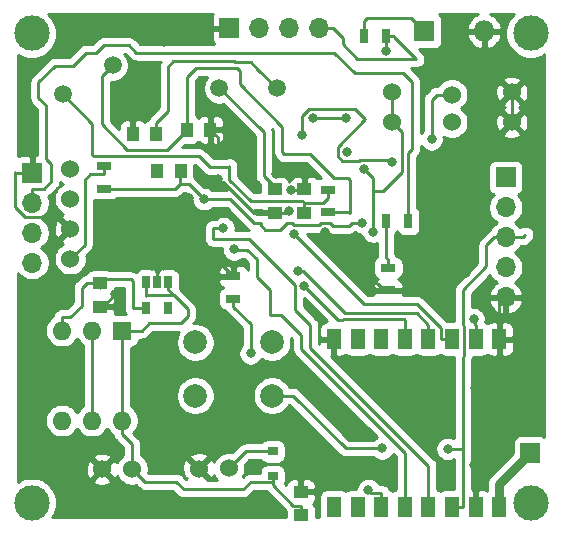
<source format=gbl>
G04 #@! TF.GenerationSoftware,KiCad,Pcbnew,5.1.6-c6e7f7d~87~ubuntu18.04.1*
G04 #@! TF.CreationDate,2020-07-22T22:23:17+05:30*
G04 #@! TF.ProjectId,Sensor_pcb_v1,53656e73-6f72-45f7-9063-625f76312e6b,rev?*
G04 #@! TF.SameCoordinates,Original*
G04 #@! TF.FileFunction,Copper,L2,Bot*
G04 #@! TF.FilePolarity,Positive*
%FSLAX46Y46*%
G04 Gerber Fmt 4.6, Leading zero omitted, Abs format (unit mm)*
G04 Created by KiCad (PCBNEW 5.1.6-c6e7f7d~87~ubuntu18.04.1) date 2020-07-22 22:23:17*
%MOMM*%
%LPD*%
G01*
G04 APERTURE LIST*
G04 #@! TA.AperFunction,ComponentPad*
%ADD10C,1.524000*%
G04 #@! TD*
G04 #@! TA.AperFunction,SMDPad,CuDef*
%ADD11R,1.200000X1.700000*%
G04 #@! TD*
G04 #@! TA.AperFunction,ComponentPad*
%ADD12R,1.700000X1.700000*%
G04 #@! TD*
G04 #@! TA.AperFunction,SMDPad,CuDef*
%ADD13R,1.300000X0.700000*%
G04 #@! TD*
G04 #@! TA.AperFunction,SMDPad,CuDef*
%ADD14R,0.700000X1.300000*%
G04 #@! TD*
G04 #@! TA.AperFunction,ComponentPad*
%ADD15O,1.700000X1.700000*%
G04 #@! TD*
G04 #@! TA.AperFunction,ComponentPad*
%ADD16C,2.000000*%
G04 #@! TD*
G04 #@! TA.AperFunction,ComponentPad*
%ADD17R,1.600000X1.600000*%
G04 #@! TD*
G04 #@! TA.AperFunction,ComponentPad*
%ADD18O,1.600000X1.600000*%
G04 #@! TD*
G04 #@! TA.AperFunction,SMDPad,CuDef*
%ADD19R,1.000000X1.250000*%
G04 #@! TD*
G04 #@! TA.AperFunction,SMDPad,CuDef*
%ADD20R,1.250000X1.000000*%
G04 #@! TD*
G04 #@! TA.AperFunction,SMDPad,CuDef*
%ADD21R,0.900000X0.800000*%
G04 #@! TD*
G04 #@! TA.AperFunction,ComponentPad*
%ADD22O,1.800000X1.800000*%
G04 #@! TD*
G04 #@! TA.AperFunction,ComponentPad*
%ADD23R,1.800000X1.800000*%
G04 #@! TD*
G04 #@! TA.AperFunction,SMDPad,CuDef*
%ADD24R,0.650000X1.060000*%
G04 #@! TD*
G04 #@! TA.AperFunction,ComponentPad*
%ADD25C,1.500000*%
G04 #@! TD*
G04 #@! TA.AperFunction,ViaPad*
%ADD26C,3.000000*%
G04 #@! TD*
G04 #@! TA.AperFunction,ViaPad*
%ADD27C,0.800000*%
G04 #@! TD*
G04 #@! TA.AperFunction,Conductor*
%ADD28C,0.250000*%
G04 #@! TD*
G04 #@! TA.AperFunction,Conductor*
%ADD29C,0.800000*%
G04 #@! TD*
G04 #@! TA.AperFunction,Conductor*
%ADD30C,0.254000*%
G04 #@! TD*
G04 APERTURE END LIST*
D10*
X60410000Y-26090000D03*
X55330000Y-25890000D03*
X65490000Y-25890000D03*
X65490000Y-28430000D03*
X60410000Y-28430000D03*
X55330000Y-28430000D03*
D11*
X64420000Y-46780000D03*
X62420000Y-46780000D03*
X60420000Y-46780000D03*
X58420000Y-46780000D03*
X56420000Y-46780000D03*
X54420000Y-46780000D03*
X52420000Y-46780000D03*
X50420000Y-46780000D03*
X50420000Y-60980000D03*
X52420000Y-60980000D03*
X54420000Y-60980000D03*
X56420000Y-60980000D03*
X58420000Y-60980000D03*
X60420000Y-60980000D03*
X62420000Y-60980000D03*
X64420000Y-60980000D03*
D12*
X67050000Y-56420000D03*
D13*
X55030000Y-42640000D03*
X55030000Y-40740000D03*
D14*
X54830000Y-36800000D03*
X56730000Y-36800000D03*
D12*
X24860000Y-32700000D03*
D15*
X24860000Y-35240000D03*
X24860000Y-37780000D03*
X24860000Y-40320000D03*
D10*
X33340000Y-57800000D03*
X30800000Y-57810000D03*
X41510000Y-57740000D03*
X38970000Y-57750000D03*
D16*
X38680000Y-51570000D03*
X38680000Y-47070000D03*
X45180000Y-51570000D03*
X45180000Y-47070000D03*
D17*
X32460000Y-46060000D03*
D18*
X27380000Y-53680000D03*
X29920000Y-46060000D03*
X29920000Y-53680000D03*
X27380000Y-46060000D03*
X32460000Y-53680000D03*
D19*
X35460000Y-32560000D03*
X37460000Y-32560000D03*
X35390000Y-29410000D03*
X33390000Y-29410000D03*
D20*
X45410000Y-36080000D03*
X45410000Y-34080000D03*
X47910000Y-34080000D03*
X47910000Y-36080000D03*
D19*
X37960000Y-29060000D03*
X39960000Y-29060000D03*
D20*
X47620000Y-61710000D03*
X47620000Y-59710000D03*
X30600000Y-42030000D03*
X30600000Y-44030000D03*
D21*
X45240000Y-58400000D03*
X45240000Y-56300000D03*
D15*
X64970000Y-43260000D03*
X64970000Y-40720000D03*
X64970000Y-38180000D03*
X64970000Y-35640000D03*
D12*
X64970000Y-33100000D03*
D15*
X49170000Y-20450000D03*
X46630000Y-20450000D03*
X44090000Y-20450000D03*
D12*
X41550000Y-20450000D03*
D13*
X30960000Y-34060000D03*
X30960000Y-32160000D03*
X49910000Y-34130000D03*
X49910000Y-36030000D03*
X41900000Y-41470000D03*
X41900000Y-43370000D03*
D14*
X52930000Y-21090000D03*
X54830000Y-21090000D03*
D22*
X63140000Y-20710000D03*
D23*
X58060000Y-20710000D03*
D24*
X34510000Y-41960000D03*
X35460000Y-41960000D03*
X36410000Y-41960000D03*
X36410000Y-44160000D03*
X34510000Y-44160000D03*
D10*
X28100000Y-40000000D03*
X28100000Y-37460000D03*
X28100000Y-34920000D03*
X28100000Y-32380000D03*
D25*
X40730000Y-25540000D03*
X45610000Y-25540000D03*
X27460000Y-26060000D03*
X31686204Y-23620000D03*
D26*
X24830000Y-20910000D03*
X67083940Y-20894040D03*
X24830000Y-60640000D03*
X67144900Y-60624720D03*
D27*
X52821000Y-36916700D03*
X39399300Y-34933700D03*
X52981992Y-32408008D03*
X53750000Y-37691700D03*
X54495700Y-56047640D03*
X60048140Y-56080660D03*
X54828440Y-22397720D03*
X47757800Y-29483600D03*
X55369460Y-31752540D03*
X58689240Y-29875480D03*
X41965880Y-39189660D03*
X53340000Y-59553300D03*
X62245200Y-45086500D03*
X47343200Y-41060000D03*
X47060600Y-37894300D03*
X47907400Y-42257400D03*
X43366100Y-47998200D03*
X51485800Y-28092400D03*
X48686720Y-28082240D03*
X41056560Y-37398960D03*
X46606460Y-35963860D03*
X46817280Y-34140140D03*
X47731680Y-57424320D03*
X31899860Y-42986960D03*
X31920180Y-40594280D03*
X38164808Y-34875192D03*
X49700000Y-37691700D03*
X60770000Y-36890000D03*
X47990000Y-32810000D03*
X45490000Y-32790000D03*
X54988460Y-57497980D03*
X62247780Y-57467500D03*
X61641732Y-41227752D03*
X59801760Y-50904140D03*
X62349380Y-50904140D03*
X39161720Y-27147520D03*
X33451800Y-25072340D03*
X36017200Y-21633180D03*
X40622220Y-33195260D03*
X40604440Y-31239460D03*
X51513740Y-30942280D03*
D28*
X67050000Y-56420000D02*
X67050000Y-56684260D01*
D29*
X64420000Y-59050000D02*
X67050000Y-56420000D01*
X64420000Y-60980000D02*
X64420000Y-59050000D01*
D28*
X39399300Y-34933700D02*
X41645700Y-34933700D01*
X41645700Y-34933700D02*
X43628700Y-36916700D01*
X37369200Y-33672500D02*
X38138100Y-33672500D01*
X38138100Y-33672500D02*
X39399300Y-34933700D01*
X30960000Y-34060000D02*
X36981700Y-34060000D01*
X36981700Y-34060000D02*
X37369200Y-33672500D01*
X37369200Y-33672500D02*
X37369200Y-32560000D01*
X37460000Y-32560000D02*
X37369200Y-32560000D01*
X44233300Y-36916700D02*
X44233300Y-37153300D01*
X43628700Y-36916700D02*
X44233300Y-36916700D01*
X44602299Y-37522299D02*
X45857701Y-37522299D01*
X44233300Y-37153300D02*
X44602299Y-37522299D01*
X46463300Y-36916700D02*
X46873300Y-36916700D01*
X45857701Y-37522299D02*
X46463300Y-36916700D01*
X49327999Y-36916699D02*
X50072001Y-36916699D01*
X47069299Y-37119299D02*
X49125399Y-37119299D01*
X49125399Y-37119299D02*
X49327999Y-36916699D01*
X46873300Y-36916700D02*
X46873300Y-36923300D01*
X46873300Y-36923300D02*
X47069299Y-37119299D01*
X50072001Y-36916699D02*
X50355302Y-37200000D01*
X51683400Y-37200000D02*
X51966700Y-36916700D01*
X50355302Y-37200000D02*
X51683400Y-37200000D01*
X51966700Y-36916700D02*
X52821000Y-36916700D01*
X35390000Y-29410000D02*
X35390000Y-28459700D01*
X45610000Y-25540000D02*
X44034500Y-23964500D01*
X36364850Y-27484850D02*
X35390000Y-28459700D01*
X36364850Y-23735150D02*
X36840000Y-23260000D01*
X36364850Y-24445150D02*
X36364850Y-24225150D01*
X36364850Y-24445150D02*
X36364850Y-23735150D01*
X36364850Y-27484850D02*
X36364850Y-24445150D01*
X36840000Y-23260000D02*
X42000000Y-23260000D01*
X43400000Y-23330000D02*
X44034500Y-23964500D01*
X42070000Y-23330000D02*
X43400000Y-23330000D01*
X42000000Y-23260000D02*
X42070000Y-23330000D01*
X45410000Y-34080000D02*
X45410000Y-33890000D01*
X44480000Y-32960000D02*
X44480000Y-29290000D01*
X45410000Y-33890000D02*
X44480000Y-32960000D01*
X40730000Y-25540000D02*
X44480000Y-29290000D01*
X49910000Y-34805300D02*
X49460700Y-35254600D01*
X49460700Y-35254600D02*
X47910000Y-35254600D01*
X47910000Y-35254600D02*
X47910000Y-35367300D01*
X47910000Y-36080000D02*
X47910000Y-35367300D01*
X49910000Y-34130000D02*
X49910000Y-34805300D01*
X29949370Y-28549370D02*
X29949370Y-31168110D01*
X27460000Y-26060000D02*
X29949370Y-28549370D01*
X29949370Y-31168110D02*
X30073860Y-31292600D01*
X39931340Y-32240220D02*
X38983720Y-31292600D01*
X41452640Y-32240220D02*
X39931340Y-32240220D01*
X30073860Y-31292600D02*
X38983720Y-31292600D01*
X47764630Y-35109230D02*
X47910000Y-35254600D01*
X43361530Y-35109230D02*
X47764630Y-35109230D01*
X41570830Y-33318530D02*
X43361530Y-35109230D01*
X41570830Y-32122030D02*
X41570830Y-33318530D01*
X37960000Y-29060000D02*
X37960000Y-24600000D01*
X37960000Y-24600000D02*
X38710000Y-23850000D01*
X42474150Y-24074150D02*
X42474150Y-25225850D01*
X38710000Y-23850000D02*
X42250000Y-23850000D01*
X42250000Y-23850000D02*
X42474150Y-24074150D01*
X50419850Y-33171550D02*
X51632270Y-33171550D01*
X51632270Y-33171550D02*
X51775360Y-33314640D01*
X51775360Y-33314640D02*
X51775360Y-36068000D01*
X51737360Y-36030000D02*
X49910000Y-36030000D01*
X51775360Y-36068000D02*
X51737360Y-36030000D01*
X46053590Y-28805290D02*
X46053590Y-30976990D01*
X42474150Y-25225850D02*
X46053590Y-28805290D01*
X46227580Y-31150980D02*
X48399280Y-31150980D01*
X46053590Y-30976990D02*
X46227580Y-31150980D01*
X48399280Y-31150980D02*
X50419850Y-33171550D01*
X31686204Y-23620000D02*
X30795204Y-24511000D01*
X30795204Y-28214076D02*
X30792420Y-28216860D01*
X30795204Y-24511000D02*
X30795204Y-28214076D01*
X30792420Y-28216860D02*
X30792420Y-28612422D01*
X30792420Y-28612422D02*
X32916538Y-30736540D01*
X36283460Y-30736540D02*
X37960000Y-29060000D01*
X32916538Y-30736540D02*
X36283460Y-30736540D01*
X28107900Y-44934700D02*
X27380000Y-44934700D01*
X27380000Y-46060000D02*
X27380000Y-44934700D01*
X30600000Y-42030000D02*
X30600000Y-42442600D01*
X29089260Y-43953340D02*
X29089260Y-42419360D01*
X29089260Y-43953340D02*
X28107900Y-44934700D01*
X29478620Y-42030000D02*
X30600000Y-42030000D01*
X29089260Y-42419360D02*
X29478620Y-42030000D01*
X33387860Y-44160000D02*
X33387860Y-41871460D01*
X33387860Y-44160000D02*
X34510000Y-44160000D01*
X33387860Y-41871460D02*
X33243520Y-41727120D01*
X30902880Y-41727120D02*
X30600000Y-42030000D01*
X33243520Y-41727120D02*
X30902880Y-41727120D01*
X32460000Y-46060000D02*
X32460000Y-53680000D01*
X33926600Y-46060000D02*
X32460000Y-46060000D01*
X34510000Y-41960000D02*
X34510000Y-42815300D01*
X32460000Y-53680000D02*
X32460000Y-54805300D01*
X32460000Y-54805300D02*
X33340000Y-55685300D01*
X33340000Y-55685300D02*
X33340000Y-57800000D01*
X45240000Y-58868700D02*
X45240000Y-59125300D01*
X45240000Y-58400000D02*
X45240000Y-58868700D01*
X47620000Y-61710000D02*
X47620000Y-60884700D01*
X45240000Y-59125300D02*
X46999400Y-60884700D01*
X46999400Y-60884700D02*
X47620000Y-60884700D01*
X33926600Y-46060000D02*
X34140002Y-46060000D01*
X36655841Y-45444161D02*
X36667022Y-45432980D01*
X34755841Y-45444161D02*
X36655841Y-45444161D01*
X34140002Y-46060000D02*
X34755841Y-45444161D01*
X36667022Y-45432980D02*
X37454840Y-45432980D01*
X37454840Y-45432980D02*
X38046660Y-44841160D01*
X36410000Y-42629998D02*
X36410000Y-41960000D01*
X38046660Y-44841160D02*
X38046660Y-44266658D01*
X43366300Y-58868700D02*
X45240000Y-58868700D01*
X42727880Y-59507120D02*
X43366300Y-58868700D01*
X37703760Y-59507120D02*
X42727880Y-59507120D01*
X34408700Y-58868700D02*
X37065340Y-58868700D01*
X37065340Y-58868700D02*
X37703760Y-59507120D01*
X33340000Y-57800000D02*
X34408700Y-58868700D01*
X34510000Y-42815300D02*
X34510000Y-43105360D01*
X34528301Y-43087059D02*
X36867061Y-43087059D01*
X34510000Y-43105360D02*
X34528301Y-43087059D01*
X38046660Y-44266658D02*
X36867061Y-43087059D01*
X36867061Y-43087059D02*
X36410000Y-42629998D01*
X45240000Y-56300000D02*
X42950000Y-56300000D01*
X42950000Y-56300000D02*
X41510000Y-57740000D01*
X60420000Y-60980000D02*
X61345300Y-60980000D01*
X45180000Y-51570000D02*
X46944400Y-51570000D01*
X54830000Y-21090000D02*
X55505300Y-21090000D01*
X55505300Y-21185300D02*
X55505300Y-21090000D01*
X49170000Y-20450000D02*
X50345300Y-20450000D01*
X52981992Y-32408008D02*
X53750000Y-33176016D01*
X30960000Y-32835300D02*
X30960000Y-32160000D01*
X29755380Y-32835300D02*
X30960000Y-32835300D01*
X29307800Y-33282880D02*
X29755380Y-32835300D01*
X28100000Y-40000000D02*
X29307800Y-38792200D01*
X29307800Y-38792200D02*
X29307800Y-33282880D01*
X64970000Y-38180000D02*
X66394340Y-38180000D01*
X66394340Y-38180000D02*
X66621660Y-37952680D01*
X63332740Y-40632760D02*
X63332740Y-38846380D01*
X63332740Y-40632760D02*
X61345300Y-42620200D01*
X63999120Y-38180000D02*
X64970000Y-38180000D01*
X63332740Y-38846380D02*
X63999120Y-38180000D01*
X61345300Y-45582060D02*
X61365620Y-45582060D01*
X61345300Y-42620200D02*
X61345300Y-45582060D01*
X61444999Y-48214421D02*
X61345300Y-48314120D01*
X61444999Y-45661439D02*
X61444999Y-48214421D01*
X61365620Y-45582060D02*
X61444999Y-45661439D01*
X54495570Y-56047770D02*
X54495700Y-56047640D01*
X51422170Y-56047770D02*
X54495570Y-56047770D01*
X46944400Y-51570000D02*
X51422170Y-56047770D01*
X61341980Y-56080660D02*
X61345300Y-56083980D01*
X60048140Y-56080660D02*
X61341980Y-56080660D01*
X61345300Y-48314120D02*
X61345300Y-56083980D01*
X61345300Y-56083980D02*
X61345300Y-60980000D01*
X51150270Y-21254970D02*
X51150270Y-21828510D01*
X50345300Y-20450000D02*
X51150270Y-21254970D01*
X52404250Y-23082490D02*
X57402490Y-23082490D01*
X51150270Y-21828510D02*
X52404250Y-23082490D01*
X57402490Y-23082490D02*
X55505300Y-21185300D01*
X54830000Y-21090000D02*
X54830000Y-22396160D01*
X54830000Y-22396160D02*
X54828440Y-22397720D01*
X55330000Y-25890000D02*
X55330000Y-28430000D01*
X56144461Y-29244461D02*
X55330000Y-28430000D01*
X56144461Y-32633619D02*
X56144461Y-29244461D01*
X54562800Y-34215280D02*
X56144461Y-32633619D01*
X53750000Y-34215280D02*
X54562800Y-34215280D01*
X53750000Y-34215280D02*
X53750000Y-37691700D01*
X53750000Y-33176016D02*
X53750000Y-34215280D01*
X52242419Y-27307239D02*
X53077590Y-28142410D01*
X47757800Y-27864158D02*
X48314719Y-27307239D01*
X48314719Y-27307239D02*
X52242419Y-27307239D01*
X47757800Y-29483600D02*
X47757800Y-27864158D01*
X58689240Y-29875480D02*
X58689240Y-26530300D01*
X59129540Y-26090000D02*
X60410000Y-26090000D01*
X58689240Y-26530300D02*
X59129540Y-26090000D01*
X52525717Y-31717281D02*
X52609991Y-31633007D01*
X50738739Y-30481261D02*
X50738739Y-31314281D01*
X55249927Y-31633007D02*
X55369460Y-31752540D01*
X50738739Y-31314281D02*
X51141739Y-31717281D01*
X53077590Y-28142410D02*
X50738739Y-30481261D01*
X51141739Y-31717281D02*
X52525717Y-31717281D01*
X52609991Y-31633007D02*
X55249927Y-31633007D01*
X52930000Y-21090000D02*
X52930000Y-19871480D01*
X52930000Y-19871480D02*
X53243480Y-19558000D01*
X56908000Y-19558000D02*
X58060000Y-20710000D01*
X53243480Y-19558000D02*
X56908000Y-19558000D01*
X56420000Y-60980000D02*
X56420000Y-56389400D01*
X43915310Y-40026610D02*
X43915310Y-41515010D01*
X43915310Y-41515010D02*
X45049440Y-42649140D01*
X45049440Y-42649140D02*
X45049440Y-44729400D01*
X45049440Y-44729400D02*
X45907960Y-44729400D01*
X47658080Y-46479520D02*
X47658080Y-47627480D01*
X45907960Y-44729400D02*
X47658080Y-46479520D01*
X41987490Y-39211270D02*
X41965880Y-39189660D01*
X43099970Y-39211270D02*
X41987490Y-39211270D01*
X43915310Y-40026610D02*
X43099970Y-39211270D01*
X56420000Y-56389400D02*
X47658080Y-47627480D01*
X54420000Y-60980000D02*
X54420000Y-59804700D01*
X54420000Y-59804700D02*
X53591400Y-59804700D01*
X53591400Y-59804700D02*
X53340000Y-59553300D01*
X62420000Y-46780000D02*
X62420000Y-45604700D01*
X62420000Y-45604700D02*
X62245200Y-45429900D01*
X62245200Y-45429900D02*
X62245200Y-45086500D01*
X58420000Y-46780000D02*
X58420000Y-45604700D01*
X47343200Y-41060000D02*
X47823500Y-41060000D01*
X47823500Y-41060000D02*
X51365700Y-44602200D01*
X51365700Y-44602200D02*
X57417500Y-44602200D01*
X57417500Y-44602200D02*
X58420000Y-45604700D01*
X60420000Y-46780000D02*
X59494700Y-46780000D01*
X59494700Y-46780000D02*
X59494700Y-45854700D01*
X59494700Y-45854700D02*
X57479800Y-43839800D01*
X57479800Y-43839800D02*
X53006100Y-43839800D01*
X53006100Y-43839800D02*
X47060600Y-37894300D01*
X51191370Y-45136550D02*
X51207360Y-45120560D01*
X50786550Y-45136550D02*
X51191370Y-45136550D01*
X47907400Y-42257400D02*
X50786550Y-45136550D01*
X51207360Y-45120560D02*
X56352440Y-45120560D01*
X56420000Y-45188120D02*
X56420000Y-46780000D01*
X56352440Y-45120560D02*
X56420000Y-45188120D01*
X41900000Y-43370000D02*
X41900000Y-44045300D01*
X41900000Y-44045300D02*
X43366100Y-45511400D01*
X43366100Y-45511400D02*
X43366100Y-47998200D01*
X29920000Y-53680000D02*
X29920000Y-46060000D01*
X24860000Y-34064700D02*
X24860000Y-35240000D01*
X25870302Y-34064700D02*
X24860000Y-34064700D01*
X30924500Y-21892260D02*
X30289560Y-22527200D01*
X26507440Y-33427562D02*
X25870302Y-34064700D01*
X30289560Y-22527200D02*
X29441700Y-22527200D01*
X29441700Y-22527200D02*
X28331410Y-23637490D01*
X25400000Y-25036780D02*
X25400000Y-26372820D01*
X28331410Y-23637490D02*
X26799290Y-23637490D01*
X26032760Y-27005580D02*
X26035300Y-27005580D01*
X26799290Y-23637490D02*
X25400000Y-25036780D01*
X26507440Y-31991300D02*
X26507440Y-33427562D01*
X25400000Y-26372820D02*
X26032760Y-27005580D01*
X26035300Y-27005580D02*
X26035300Y-31519160D01*
X26035300Y-31519160D02*
X26507440Y-31991300D01*
X57033160Y-30728920D02*
X56730000Y-31032080D01*
X57033160Y-25001220D02*
X57033160Y-30728920D01*
X56730000Y-36800000D02*
X56730000Y-31032080D01*
X50444460Y-22527200D02*
X50444460Y-22529860D01*
X52166520Y-24251920D02*
X56283860Y-24251920D01*
X50444460Y-22529860D02*
X52166520Y-24251920D01*
X56283860Y-24251920D02*
X57033160Y-25001220D01*
X33063180Y-21892260D02*
X30924500Y-21892260D01*
X33698120Y-22527200D02*
X33063180Y-21892260D01*
X50444460Y-22527200D02*
X33698120Y-22527200D01*
X51485800Y-28092400D02*
X48696880Y-28092400D01*
X48696880Y-28092400D02*
X48686720Y-28082240D01*
X55030000Y-40740000D02*
X55030000Y-40064700D01*
X54830000Y-36800000D02*
X54830000Y-39864700D01*
X54830000Y-39864700D02*
X55030000Y-40064700D01*
X58420000Y-57498900D02*
X58420000Y-60980000D01*
X48420020Y-47498920D02*
X58420000Y-57498900D01*
X48420020Y-45626020D02*
X48420020Y-47498920D01*
X47132399Y-44338399D02*
X48420020Y-45626020D01*
X46185100Y-41270600D02*
X46198200Y-41270600D01*
X46198200Y-41270600D02*
X47132399Y-42204799D01*
X47132399Y-42204799D02*
X47132399Y-44338399D01*
X43225520Y-38311020D02*
X46185100Y-41270600D01*
X43225520Y-38311020D02*
X40203320Y-38311020D01*
X40203320Y-38311020D02*
X40180260Y-38287960D01*
X40180260Y-38287960D02*
X40180260Y-37371020D01*
X41028620Y-37371020D02*
X41056560Y-37398960D01*
X40180260Y-37371020D02*
X41028620Y-37371020D01*
X38164808Y-34875192D02*
X38164808Y-37905192D01*
X38164808Y-37905192D02*
X37960000Y-38110000D01*
X37960000Y-38110000D02*
X37960000Y-38120000D01*
X35460000Y-40620000D02*
X35460000Y-41960000D01*
X54648300Y-42640000D02*
X55030000Y-42640000D01*
X49700000Y-37691700D02*
X54648300Y-42640000D01*
X60770000Y-36890000D02*
X60770000Y-38830000D01*
X60770000Y-38830000D02*
X60760000Y-38830000D01*
X56950000Y-42640000D02*
X55030000Y-42640000D01*
X47990000Y-34000000D02*
X47910000Y-34080000D01*
X47990000Y-32810000D02*
X47990000Y-34000000D01*
X47970000Y-32790000D02*
X47990000Y-32810000D01*
X45490000Y-32790000D02*
X47970000Y-32790000D01*
X35434280Y-40594280D02*
X35460000Y-40620000D01*
X31920180Y-40594280D02*
X35434280Y-40594280D01*
X30856820Y-44030000D02*
X31899860Y-42986960D01*
X30600000Y-44030000D02*
X30856820Y-44030000D01*
X24271999Y-36465001D02*
X23410010Y-35603012D01*
X28100000Y-37460000D02*
X27105001Y-36465001D01*
X27105001Y-36465001D02*
X24271999Y-36465001D01*
X23410010Y-35603012D02*
X23410010Y-32673190D01*
X23436820Y-32700000D02*
X24860000Y-32700000D01*
X23410010Y-32673190D02*
X23436820Y-32700000D01*
X40387700Y-39957700D02*
X41900000Y-41470000D01*
X36122300Y-39957700D02*
X40387700Y-39957700D01*
X36122300Y-39957700D02*
X35460000Y-40620000D01*
X37960000Y-38120000D02*
X36122300Y-39957700D01*
X47731680Y-59598320D02*
X47620000Y-59710000D01*
X47731680Y-57424320D02*
X47731680Y-59598320D01*
X47731680Y-57424320D02*
X54914800Y-57424320D01*
X54914800Y-57424320D02*
X54988460Y-57497980D01*
X62247780Y-60807780D02*
X62420000Y-60980000D01*
X62247780Y-57467500D02*
X62247780Y-60807780D01*
X62247780Y-55275480D02*
X62247780Y-54015640D01*
X62247780Y-55275480D02*
X62247780Y-55077360D01*
X62247780Y-57467500D02*
X62247780Y-55275480D01*
X62247780Y-54015640D02*
X64420000Y-51843420D01*
X64420000Y-43810000D02*
X64970000Y-43260000D01*
X64420000Y-46780000D02*
X64420000Y-43810000D01*
X61185630Y-40771650D02*
X58818350Y-40771650D01*
X61641732Y-41227752D02*
X61185630Y-40771650D01*
X60760000Y-38830000D02*
X58818350Y-40771650D01*
X58818350Y-40771650D02*
X56950000Y-42640000D01*
X50420000Y-46780000D02*
X50420000Y-48316880D01*
X50420000Y-48316880D02*
X53007260Y-50904140D01*
X53007260Y-50904140D02*
X59801760Y-50904140D01*
X64312800Y-50904140D02*
X64420000Y-50796940D01*
X62349380Y-50904140D02*
X64312800Y-50904140D01*
X64420000Y-51843420D02*
X64420000Y-50796940D01*
X64420000Y-50796940D02*
X64420000Y-46780000D01*
X63318520Y-23718520D02*
X65490000Y-25890000D01*
X63157100Y-23718520D02*
X63318520Y-23718520D01*
X63157100Y-20727100D02*
X63140000Y-20710000D01*
X63157100Y-23718520D02*
X63157100Y-20727100D01*
X39960000Y-29060000D02*
X39960000Y-27945800D01*
X39960000Y-27945800D02*
X39161720Y-27147520D01*
X33451800Y-29348200D02*
X33390000Y-29410000D01*
X33451800Y-25072340D02*
X33451800Y-29348200D01*
X41550000Y-20450000D02*
X37200380Y-20450000D01*
X37200380Y-20450000D02*
X36017200Y-21633180D01*
X41020000Y-33474820D02*
X41020000Y-33458420D01*
X41020000Y-33474820D02*
X40901780Y-33474820D01*
X40901780Y-33474820D02*
X40622220Y-33195260D01*
X40604440Y-29704440D02*
X39960000Y-29060000D01*
X40604440Y-31239460D02*
X40604440Y-29704440D01*
X43625180Y-36080000D02*
X45410000Y-36080000D01*
X41020000Y-33474820D02*
X43625180Y-36080000D01*
X46490320Y-36080000D02*
X46606460Y-35963860D01*
X45410000Y-36080000D02*
X46490320Y-36080000D01*
X47834620Y-34155380D02*
X47910000Y-34080000D01*
X47849860Y-34140140D02*
X47910000Y-34080000D01*
X46817280Y-34140140D02*
X47849860Y-34140140D01*
X65490000Y-25890000D02*
X65490000Y-28430000D01*
D30*
G36*
X27438273Y-33618005D02*
G01*
X27515515Y-33650000D01*
X27438273Y-33681995D01*
X27209465Y-33834880D01*
X27014880Y-34029465D01*
X26861995Y-34258273D01*
X26756686Y-34512510D01*
X26703000Y-34782408D01*
X26703000Y-35057592D01*
X26756686Y-35327490D01*
X26861995Y-35581727D01*
X27014880Y-35810535D01*
X27209465Y-36005120D01*
X27438273Y-36158005D01*
X27509943Y-36187692D01*
X27496977Y-36192364D01*
X27381020Y-36254344D01*
X27314040Y-36494435D01*
X28100000Y-37280395D01*
X28114143Y-37266253D01*
X28293748Y-37445858D01*
X28279605Y-37460000D01*
X28293748Y-37474143D01*
X28114143Y-37653748D01*
X28100000Y-37639605D01*
X27314040Y-38425565D01*
X27381020Y-38665656D01*
X27516760Y-38729485D01*
X27438273Y-38761995D01*
X27209465Y-38914880D01*
X27014880Y-39109465D01*
X26861995Y-39338273D01*
X26756686Y-39592510D01*
X26703000Y-39862408D01*
X26703000Y-40137592D01*
X26756686Y-40407490D01*
X26861995Y-40661727D01*
X27014880Y-40890535D01*
X27209465Y-41085120D01*
X27438273Y-41238005D01*
X27692510Y-41343314D01*
X27962408Y-41397000D01*
X28237592Y-41397000D01*
X28507490Y-41343314D01*
X28761727Y-41238005D01*
X28990535Y-41085120D01*
X29185120Y-40890535D01*
X29338005Y-40661727D01*
X29443314Y-40407490D01*
X29497000Y-40137592D01*
X29497000Y-39862408D01*
X29466372Y-39708430D01*
X29818804Y-39355998D01*
X29847801Y-39332201D01*
X29898310Y-39270656D01*
X29942774Y-39216477D01*
X30013346Y-39084447D01*
X30020755Y-39060023D01*
X30056803Y-38941186D01*
X30067800Y-38829533D01*
X30067800Y-38829524D01*
X30071476Y-38792201D01*
X30067800Y-38754878D01*
X30067800Y-35000103D01*
X30185518Y-35035812D01*
X30310000Y-35048072D01*
X31610000Y-35048072D01*
X31734482Y-35035812D01*
X31854180Y-34999502D01*
X31964494Y-34940537D01*
X32061185Y-34861185D01*
X32094985Y-34820000D01*
X36944378Y-34820000D01*
X36981700Y-34823676D01*
X37019022Y-34820000D01*
X37019033Y-34820000D01*
X37130686Y-34809003D01*
X37273947Y-34765546D01*
X37405976Y-34694974D01*
X37521701Y-34600001D01*
X37545504Y-34570997D01*
X37684001Y-34432500D01*
X37823299Y-34432500D01*
X38364300Y-34973502D01*
X38364300Y-35035639D01*
X38404074Y-35235598D01*
X38482095Y-35423956D01*
X38595363Y-35593474D01*
X38739526Y-35737637D01*
X38909044Y-35850905D01*
X39097402Y-35928926D01*
X39297361Y-35968700D01*
X39501239Y-35968700D01*
X39701198Y-35928926D01*
X39889556Y-35850905D01*
X40059074Y-35737637D01*
X40103011Y-35693700D01*
X41330899Y-35693700D01*
X43064905Y-37427708D01*
X43088699Y-37456701D01*
X43117692Y-37480495D01*
X43117696Y-37480499D01*
X43165835Y-37520005D01*
X43201974Y-37549663D01*
X43188198Y-37551020D01*
X42081590Y-37551020D01*
X42091560Y-37500899D01*
X42091560Y-37297021D01*
X42051786Y-37097062D01*
X41973765Y-36908704D01*
X41860497Y-36739186D01*
X41716334Y-36595023D01*
X41546816Y-36481755D01*
X41358458Y-36403734D01*
X41158499Y-36363960D01*
X40954621Y-36363960D01*
X40754662Y-36403734D01*
X40566304Y-36481755D01*
X40396786Y-36595023D01*
X40380789Y-36611020D01*
X40217593Y-36611020D01*
X40180260Y-36607343D01*
X40142927Y-36611020D01*
X40031274Y-36622017D01*
X39888013Y-36665474D01*
X39755984Y-36736046D01*
X39640259Y-36831019D01*
X39545286Y-36946744D01*
X39474714Y-37078773D01*
X39431257Y-37222034D01*
X39416583Y-37371020D01*
X39420261Y-37408362D01*
X39420260Y-38250637D01*
X39416584Y-38287960D01*
X39420260Y-38325282D01*
X39420260Y-38325292D01*
X39431257Y-38436945D01*
X39452121Y-38505724D01*
X39474714Y-38580206D01*
X39545286Y-38712236D01*
X39585131Y-38760786D01*
X39640259Y-38827961D01*
X39652925Y-38838355D01*
X39663319Y-38851021D01*
X39779044Y-38945994D01*
X39911073Y-39016566D01*
X40054334Y-39060023D01*
X40165987Y-39071020D01*
X40165995Y-39071020D01*
X40203320Y-39074696D01*
X40240645Y-39071020D01*
X40934202Y-39071020D01*
X40930880Y-39087721D01*
X40930880Y-39291599D01*
X40970654Y-39491558D01*
X41048675Y-39679916D01*
X41161943Y-39849434D01*
X41306106Y-39993597D01*
X41475624Y-40106865D01*
X41663982Y-40184886D01*
X41863941Y-40224660D01*
X42067819Y-40224660D01*
X42267778Y-40184886D01*
X42456136Y-40106865D01*
X42625654Y-39993597D01*
X42647981Y-39971270D01*
X42785169Y-39971270D01*
X43155310Y-40341412D01*
X43155311Y-40927934D01*
X43139502Y-40875820D01*
X43080537Y-40765506D01*
X43001185Y-40668815D01*
X42904494Y-40589463D01*
X42794180Y-40530498D01*
X42674482Y-40494188D01*
X42550000Y-40481928D01*
X42185750Y-40485000D01*
X42027000Y-40643750D01*
X42027000Y-41343000D01*
X42047000Y-41343000D01*
X42047000Y-41597000D01*
X42027000Y-41597000D01*
X42027000Y-41617000D01*
X41773000Y-41617000D01*
X41773000Y-41597000D01*
X40773750Y-41597000D01*
X40615000Y-41755750D01*
X40611928Y-41820000D01*
X40624188Y-41944482D01*
X40660498Y-42064180D01*
X40719463Y-42174494D01*
X40798815Y-42271185D01*
X40895506Y-42350537D01*
X41005820Y-42409502D01*
X41040427Y-42420000D01*
X41005820Y-42430498D01*
X40895506Y-42489463D01*
X40798815Y-42568815D01*
X40719463Y-42665506D01*
X40660498Y-42775820D01*
X40624188Y-42895518D01*
X40611928Y-43020000D01*
X40611928Y-43720000D01*
X40624188Y-43844482D01*
X40660498Y-43964180D01*
X40719463Y-44074494D01*
X40798815Y-44171185D01*
X40895506Y-44250537D01*
X41005820Y-44309502D01*
X41125518Y-44345812D01*
X41202949Y-44353438D01*
X41265026Y-44469576D01*
X41327210Y-44545346D01*
X41360000Y-44585301D01*
X41388998Y-44609099D01*
X42606100Y-45826202D01*
X42606101Y-47294488D01*
X42562163Y-47338426D01*
X42448895Y-47507944D01*
X42370874Y-47696302D01*
X42331100Y-47896261D01*
X42331100Y-48100139D01*
X42370874Y-48300098D01*
X42448895Y-48488456D01*
X42562163Y-48657974D01*
X42706326Y-48802137D01*
X42875844Y-48915405D01*
X43064202Y-48993426D01*
X43264161Y-49033200D01*
X43468039Y-49033200D01*
X43667998Y-48993426D01*
X43856356Y-48915405D01*
X44025874Y-48802137D01*
X44170037Y-48657974D01*
X44283305Y-48488456D01*
X44299919Y-48448346D01*
X44405537Y-48518918D01*
X44703088Y-48642168D01*
X45018967Y-48705000D01*
X45341033Y-48705000D01*
X45656912Y-48642168D01*
X45954463Y-48518918D01*
X46222252Y-48339987D01*
X46449987Y-48112252D01*
X46628918Y-47844463D01*
X46752168Y-47546912D01*
X46815000Y-47231033D01*
X46815000Y-46908967D01*
X46765905Y-46662147D01*
X46898080Y-46794323D01*
X46898081Y-47590148D01*
X46894404Y-47627480D01*
X46898081Y-47664813D01*
X46909078Y-47776466D01*
X46917163Y-47803118D01*
X46952534Y-47919726D01*
X47023106Y-48051756D01*
X47090516Y-48133894D01*
X47118080Y-48167481D01*
X47147078Y-48191279D01*
X54062570Y-55106772D01*
X54005444Y-55130435D01*
X53835926Y-55243703D01*
X53791859Y-55287770D01*
X51736972Y-55287770D01*
X47508204Y-51059003D01*
X47484401Y-51029999D01*
X47368676Y-50935026D01*
X47236647Y-50864454D01*
X47093386Y-50820997D01*
X46981733Y-50810000D01*
X46981722Y-50810000D01*
X46944400Y-50806324D01*
X46907078Y-50810000D01*
X46634909Y-50810000D01*
X46628918Y-50795537D01*
X46449987Y-50527748D01*
X46222252Y-50300013D01*
X45954463Y-50121082D01*
X45656912Y-49997832D01*
X45341033Y-49935000D01*
X45018967Y-49935000D01*
X44703088Y-49997832D01*
X44405537Y-50121082D01*
X44137748Y-50300013D01*
X43910013Y-50527748D01*
X43731082Y-50795537D01*
X43607832Y-51093088D01*
X43545000Y-51408967D01*
X43545000Y-51731033D01*
X43607832Y-52046912D01*
X43731082Y-52344463D01*
X43910013Y-52612252D01*
X44137748Y-52839987D01*
X44405537Y-53018918D01*
X44703088Y-53142168D01*
X45018967Y-53205000D01*
X45341033Y-53205000D01*
X45656912Y-53142168D01*
X45954463Y-53018918D01*
X46222252Y-52839987D01*
X46449987Y-52612252D01*
X46628918Y-52344463D01*
X46633354Y-52333755D01*
X50858371Y-56558773D01*
X50882169Y-56587771D01*
X50911167Y-56611569D01*
X50997893Y-56682744D01*
X51096074Y-56735223D01*
X51129923Y-56753316D01*
X51273184Y-56796773D01*
X51384837Y-56807770D01*
X51384846Y-56807770D01*
X51422169Y-56811446D01*
X51459492Y-56807770D01*
X53792119Y-56807770D01*
X53835926Y-56851577D01*
X54005444Y-56964845D01*
X54193802Y-57042866D01*
X54393761Y-57082640D01*
X54597639Y-57082640D01*
X54797598Y-57042866D01*
X54985956Y-56964845D01*
X55155474Y-56851577D01*
X55299637Y-56707414D01*
X55412905Y-56537896D01*
X55436568Y-56480770D01*
X55660001Y-56704203D01*
X55660000Y-59514962D01*
X55575820Y-59540498D01*
X55465506Y-59599463D01*
X55420000Y-59636809D01*
X55374494Y-59599463D01*
X55264180Y-59540498D01*
X55144482Y-59504188D01*
X55119830Y-59501760D01*
X55054974Y-59380424D01*
X54960001Y-59264699D01*
X54844276Y-59169726D01*
X54712247Y-59099154D01*
X54568986Y-59055697D01*
X54457333Y-59044700D01*
X54420000Y-59041023D01*
X54382667Y-59044700D01*
X54244948Y-59044700D01*
X54143937Y-58893526D01*
X53999774Y-58749363D01*
X53830256Y-58636095D01*
X53641898Y-58558074D01*
X53441939Y-58518300D01*
X53238061Y-58518300D01*
X53038102Y-58558074D01*
X52849744Y-58636095D01*
X52680226Y-58749363D01*
X52536063Y-58893526D01*
X52422795Y-59063044D01*
X52344774Y-59251402D01*
X52305000Y-59451361D01*
X52305000Y-59491928D01*
X51820000Y-59491928D01*
X51695518Y-59504188D01*
X51575820Y-59540498D01*
X51465506Y-59599463D01*
X51420000Y-59636809D01*
X51374494Y-59599463D01*
X51264180Y-59540498D01*
X51144482Y-59504188D01*
X51020000Y-59491928D01*
X49820000Y-59491928D01*
X49695518Y-59504188D01*
X49575820Y-59540498D01*
X49465506Y-59599463D01*
X49368815Y-59678815D01*
X49289463Y-59775506D01*
X49230498Y-59885820D01*
X49194188Y-60005518D01*
X49181928Y-60130000D01*
X49181928Y-61830000D01*
X49183898Y-61850000D01*
X48883072Y-61850000D01*
X48883072Y-61210000D01*
X48870812Y-61085518D01*
X48834502Y-60965820D01*
X48775537Y-60855506D01*
X48696185Y-60758815D01*
X48636704Y-60710000D01*
X48696185Y-60661185D01*
X48775537Y-60564494D01*
X48834502Y-60454180D01*
X48870812Y-60334482D01*
X48883072Y-60210000D01*
X48880000Y-59995750D01*
X48721250Y-59837000D01*
X47747000Y-59837000D01*
X47747000Y-59857000D01*
X47493000Y-59857000D01*
X47493000Y-59837000D01*
X47473000Y-59837000D01*
X47473000Y-59583000D01*
X47493000Y-59583000D01*
X47493000Y-58733750D01*
X47747000Y-58733750D01*
X47747000Y-59583000D01*
X48721250Y-59583000D01*
X48880000Y-59424250D01*
X48883072Y-59210000D01*
X48870812Y-59085518D01*
X48834502Y-58965820D01*
X48775537Y-58855506D01*
X48696185Y-58758815D01*
X48599494Y-58679463D01*
X48489180Y-58620498D01*
X48369482Y-58584188D01*
X48245000Y-58571928D01*
X47905750Y-58575000D01*
X47747000Y-58733750D01*
X47493000Y-58733750D01*
X47334250Y-58575000D01*
X46995000Y-58571928D01*
X46870518Y-58584188D01*
X46750820Y-58620498D01*
X46640506Y-58679463D01*
X46543815Y-58758815D01*
X46464463Y-58855506D01*
X46405498Y-58965820D01*
X46369188Y-59085518D01*
X46360745Y-59171244D01*
X46263541Y-59074040D01*
X46279502Y-59044180D01*
X46315812Y-58924482D01*
X46328072Y-58800000D01*
X46328072Y-58000000D01*
X46315812Y-57875518D01*
X46279502Y-57755820D01*
X46220537Y-57645506D01*
X46141185Y-57548815D01*
X46044494Y-57469463D01*
X45934180Y-57410498D01*
X45814482Y-57374188D01*
X45690000Y-57361928D01*
X44790000Y-57361928D01*
X44665518Y-57374188D01*
X44545820Y-57410498D01*
X44435506Y-57469463D01*
X44338815Y-57548815D01*
X44259463Y-57645506D01*
X44200498Y-57755820D01*
X44164188Y-57875518D01*
X44151928Y-58000000D01*
X44151928Y-58108700D01*
X43403622Y-58108700D01*
X43366299Y-58105024D01*
X43328976Y-58108700D01*
X43328967Y-58108700D01*
X43217314Y-58119697D01*
X43074053Y-58163154D01*
X42942024Y-58233726D01*
X42826299Y-58328699D01*
X42802501Y-58357697D01*
X42726929Y-58433269D01*
X42748005Y-58401727D01*
X42853314Y-58147490D01*
X42907000Y-57877592D01*
X42907000Y-57602408D01*
X42876372Y-57448430D01*
X43264802Y-57060000D01*
X44263982Y-57060000D01*
X44338815Y-57151185D01*
X44435506Y-57230537D01*
X44545820Y-57289502D01*
X44665518Y-57325812D01*
X44790000Y-57338072D01*
X45690000Y-57338072D01*
X45814482Y-57325812D01*
X45934180Y-57289502D01*
X46044494Y-57230537D01*
X46141185Y-57151185D01*
X46220537Y-57054494D01*
X46279502Y-56944180D01*
X46315812Y-56824482D01*
X46328072Y-56700000D01*
X46328072Y-55900000D01*
X46315812Y-55775518D01*
X46279502Y-55655820D01*
X46220537Y-55545506D01*
X46141185Y-55448815D01*
X46044494Y-55369463D01*
X45934180Y-55310498D01*
X45814482Y-55274188D01*
X45690000Y-55261928D01*
X44790000Y-55261928D01*
X44665518Y-55274188D01*
X44545820Y-55310498D01*
X44435506Y-55369463D01*
X44338815Y-55448815D01*
X44263982Y-55540000D01*
X42987333Y-55540000D01*
X42950000Y-55536323D01*
X42912667Y-55540000D01*
X42801014Y-55550997D01*
X42657753Y-55594454D01*
X42525724Y-55665026D01*
X42409999Y-55759999D01*
X42386201Y-55788997D01*
X41801570Y-56373628D01*
X41647592Y-56343000D01*
X41372408Y-56343000D01*
X41102510Y-56396686D01*
X40848273Y-56501995D01*
X40619465Y-56654880D01*
X40424880Y-56849465D01*
X40271995Y-57078273D01*
X40240381Y-57154595D01*
X40237636Y-57146977D01*
X40175656Y-57031020D01*
X39935565Y-56964040D01*
X39149605Y-57750000D01*
X39935565Y-58535960D01*
X40175656Y-58468980D01*
X40241687Y-58328557D01*
X40271995Y-58401727D01*
X40424880Y-58630535D01*
X40541465Y-58747120D01*
X39747157Y-58747120D01*
X39755960Y-58715565D01*
X38970000Y-57929605D01*
X38955858Y-57943748D01*
X38776253Y-57764143D01*
X38790395Y-57750000D01*
X38004435Y-56964040D01*
X37764344Y-57031020D01*
X37647244Y-57280048D01*
X37580977Y-57547135D01*
X37568090Y-57822017D01*
X37609078Y-58094133D01*
X37702364Y-58353023D01*
X37764344Y-58468980D01*
X38004433Y-58535959D01*
X37905917Y-58634475D01*
X37629143Y-58357702D01*
X37605341Y-58328699D01*
X37489616Y-58233726D01*
X37357587Y-58163154D01*
X37214326Y-58119697D01*
X37102673Y-58108700D01*
X37102662Y-58108700D01*
X37065340Y-58105024D01*
X37028018Y-58108700D01*
X34723502Y-58108700D01*
X34706372Y-58091570D01*
X34737000Y-57937592D01*
X34737000Y-57662408D01*
X34683314Y-57392510D01*
X34578005Y-57138273D01*
X34425120Y-56909465D01*
X34300090Y-56784435D01*
X38184040Y-56784435D01*
X38970000Y-57570395D01*
X39755960Y-56784435D01*
X39688980Y-56544344D01*
X39439952Y-56427244D01*
X39172865Y-56360977D01*
X38897983Y-56348090D01*
X38625867Y-56389078D01*
X38366977Y-56482364D01*
X38251020Y-56544344D01*
X38184040Y-56784435D01*
X34300090Y-56784435D01*
X34230535Y-56714880D01*
X34100000Y-56627659D01*
X34100000Y-55722623D01*
X34103676Y-55685300D01*
X34100000Y-55647977D01*
X34100000Y-55647967D01*
X34089003Y-55536314D01*
X34045546Y-55393053D01*
X34018377Y-55342224D01*
X33974974Y-55261023D01*
X33903799Y-55174297D01*
X33880001Y-55145299D01*
X33851004Y-55121502D01*
X33449449Y-54719947D01*
X33574637Y-54594759D01*
X33731680Y-54359727D01*
X33839853Y-54098574D01*
X33895000Y-53821335D01*
X33895000Y-53538665D01*
X33839853Y-53261426D01*
X33731680Y-53000273D01*
X33574637Y-52765241D01*
X33374759Y-52565363D01*
X33220000Y-52461957D01*
X33220000Y-51408967D01*
X37045000Y-51408967D01*
X37045000Y-51731033D01*
X37107832Y-52046912D01*
X37231082Y-52344463D01*
X37410013Y-52612252D01*
X37637748Y-52839987D01*
X37905537Y-53018918D01*
X38203088Y-53142168D01*
X38518967Y-53205000D01*
X38841033Y-53205000D01*
X39156912Y-53142168D01*
X39454463Y-53018918D01*
X39722252Y-52839987D01*
X39949987Y-52612252D01*
X40128918Y-52344463D01*
X40252168Y-52046912D01*
X40315000Y-51731033D01*
X40315000Y-51408967D01*
X40252168Y-51093088D01*
X40128918Y-50795537D01*
X39949987Y-50527748D01*
X39722252Y-50300013D01*
X39454463Y-50121082D01*
X39156912Y-49997832D01*
X38841033Y-49935000D01*
X38518967Y-49935000D01*
X38203088Y-49997832D01*
X37905537Y-50121082D01*
X37637748Y-50300013D01*
X37410013Y-50527748D01*
X37231082Y-50795537D01*
X37107832Y-51093088D01*
X37045000Y-51408967D01*
X33220000Y-51408967D01*
X33220000Y-47498072D01*
X33260000Y-47498072D01*
X33384482Y-47485812D01*
X33504180Y-47449502D01*
X33614494Y-47390537D01*
X33711185Y-47311185D01*
X33790537Y-47214494D01*
X33849502Y-47104180D01*
X33885812Y-46984482D01*
X33898072Y-46860000D01*
X33898072Y-46820000D01*
X34102680Y-46820000D01*
X34140002Y-46823676D01*
X34177324Y-46820000D01*
X34177335Y-46820000D01*
X34288988Y-46809003D01*
X34432249Y-46765546D01*
X34564278Y-46694974D01*
X34680003Y-46600001D01*
X34703805Y-46570998D01*
X35070643Y-46204161D01*
X36618519Y-46204161D01*
X36655841Y-46207837D01*
X36693163Y-46204161D01*
X36693174Y-46204161D01*
X36804827Y-46193164D01*
X36805434Y-46192980D01*
X37299608Y-46192980D01*
X37231082Y-46295537D01*
X37107832Y-46593088D01*
X37045000Y-46908967D01*
X37045000Y-47231033D01*
X37107832Y-47546912D01*
X37231082Y-47844463D01*
X37410013Y-48112252D01*
X37637748Y-48339987D01*
X37905537Y-48518918D01*
X38203088Y-48642168D01*
X38518967Y-48705000D01*
X38841033Y-48705000D01*
X39156912Y-48642168D01*
X39454463Y-48518918D01*
X39722252Y-48339987D01*
X39949987Y-48112252D01*
X40128918Y-47844463D01*
X40252168Y-47546912D01*
X40315000Y-47231033D01*
X40315000Y-46908967D01*
X40252168Y-46593088D01*
X40128918Y-46295537D01*
X39949987Y-46027748D01*
X39722252Y-45800013D01*
X39454463Y-45621082D01*
X39156912Y-45497832D01*
X38841033Y-45435000D01*
X38527622Y-45435000D01*
X38557664Y-45404958D01*
X38586661Y-45381161D01*
X38681634Y-45265436D01*
X38752206Y-45133407D01*
X38795663Y-44990146D01*
X38806660Y-44878493D01*
X38806660Y-44878483D01*
X38810336Y-44841160D01*
X38806660Y-44803837D01*
X38806660Y-44303981D01*
X38810336Y-44266658D01*
X38806660Y-44229335D01*
X38806660Y-44229325D01*
X38795663Y-44117672D01*
X38752206Y-43974411D01*
X38749528Y-43969400D01*
X38681634Y-43842381D01*
X38610459Y-43755655D01*
X38586661Y-43726657D01*
X38557663Y-43702859D01*
X37430865Y-42576062D01*
X37407062Y-42547058D01*
X37378058Y-42523255D01*
X37370537Y-42515734D01*
X37373072Y-42490000D01*
X37373072Y-41430000D01*
X37360812Y-41305518D01*
X37324502Y-41185820D01*
X37289320Y-41120000D01*
X40611928Y-41120000D01*
X40615000Y-41184250D01*
X40773750Y-41343000D01*
X41773000Y-41343000D01*
X41773000Y-40643750D01*
X41614250Y-40485000D01*
X41250000Y-40481928D01*
X41125518Y-40494188D01*
X41005820Y-40530498D01*
X40895506Y-40589463D01*
X40798815Y-40668815D01*
X40719463Y-40765506D01*
X40660498Y-40875820D01*
X40624188Y-40995518D01*
X40611928Y-41120000D01*
X37289320Y-41120000D01*
X37265537Y-41075506D01*
X37186185Y-40978815D01*
X37089494Y-40899463D01*
X36979180Y-40840498D01*
X36859482Y-40804188D01*
X36735000Y-40791928D01*
X36085000Y-40791928D01*
X35960518Y-40804188D01*
X35935000Y-40811929D01*
X35909482Y-40804188D01*
X35785000Y-40791928D01*
X35745750Y-40795000D01*
X35587000Y-40953750D01*
X35587000Y-41035859D01*
X35554463Y-41075506D01*
X35495498Y-41185820D01*
X35460000Y-41302841D01*
X35424502Y-41185820D01*
X35365537Y-41075506D01*
X35333000Y-41035859D01*
X35333000Y-40953750D01*
X35174250Y-40795000D01*
X35135000Y-40791928D01*
X35010518Y-40804188D01*
X34985000Y-40811929D01*
X34959482Y-40804188D01*
X34835000Y-40791928D01*
X34185000Y-40791928D01*
X34060518Y-40804188D01*
X33940820Y-40840498D01*
X33830506Y-40899463D01*
X33733815Y-40978815D01*
X33654463Y-41075506D01*
X33650508Y-41082905D01*
X33535767Y-41021574D01*
X33392506Y-40978117D01*
X33280853Y-40967120D01*
X33280842Y-40967120D01*
X33243520Y-40963444D01*
X33206198Y-40967120D01*
X31518985Y-40967120D01*
X31469180Y-40940498D01*
X31349482Y-40904188D01*
X31225000Y-40891928D01*
X29975000Y-40891928D01*
X29850518Y-40904188D01*
X29730820Y-40940498D01*
X29620506Y-40999463D01*
X29523815Y-41078815D01*
X29444463Y-41175506D01*
X29391324Y-41274921D01*
X29329634Y-41280997D01*
X29186373Y-41324454D01*
X29054344Y-41395026D01*
X28938619Y-41489999D01*
X28914816Y-41519003D01*
X28578258Y-41855561D01*
X28549260Y-41879359D01*
X28525462Y-41908357D01*
X28525461Y-41908358D01*
X28454286Y-41995084D01*
X28383714Y-42127114D01*
X28355370Y-42220556D01*
X28343487Y-42259731D01*
X28340258Y-42270375D01*
X28325584Y-42419360D01*
X28329261Y-42456692D01*
X28329260Y-43638538D01*
X27793099Y-44174700D01*
X27417333Y-44174700D01*
X27380000Y-44171023D01*
X27342667Y-44174700D01*
X27231014Y-44185697D01*
X27087753Y-44229154D01*
X26955724Y-44299726D01*
X26839999Y-44394699D01*
X26745026Y-44510424D01*
X26674454Y-44642453D01*
X26630997Y-44785714D01*
X26625842Y-44838053D01*
X26465241Y-44945363D01*
X26265363Y-45145241D01*
X26108320Y-45380273D01*
X26000147Y-45641426D01*
X25945000Y-45918665D01*
X25945000Y-46201335D01*
X26000147Y-46478574D01*
X26108320Y-46739727D01*
X26265363Y-46974759D01*
X26465241Y-47174637D01*
X26700273Y-47331680D01*
X26961426Y-47439853D01*
X27238665Y-47495000D01*
X27521335Y-47495000D01*
X27798574Y-47439853D01*
X28059727Y-47331680D01*
X28294759Y-47174637D01*
X28494637Y-46974759D01*
X28650000Y-46742241D01*
X28805363Y-46974759D01*
X29005241Y-47174637D01*
X29160001Y-47278044D01*
X29160000Y-52461956D01*
X29005241Y-52565363D01*
X28805363Y-52765241D01*
X28650000Y-52997759D01*
X28494637Y-52765241D01*
X28294759Y-52565363D01*
X28059727Y-52408320D01*
X27798574Y-52300147D01*
X27521335Y-52245000D01*
X27238665Y-52245000D01*
X26961426Y-52300147D01*
X26700273Y-52408320D01*
X26465241Y-52565363D01*
X26265363Y-52765241D01*
X26108320Y-53000273D01*
X26000147Y-53261426D01*
X25945000Y-53538665D01*
X25945000Y-53821335D01*
X26000147Y-54098574D01*
X26108320Y-54359727D01*
X26265363Y-54594759D01*
X26465241Y-54794637D01*
X26700273Y-54951680D01*
X26961426Y-55059853D01*
X27238665Y-55115000D01*
X27521335Y-55115000D01*
X27798574Y-55059853D01*
X28059727Y-54951680D01*
X28294759Y-54794637D01*
X28494637Y-54594759D01*
X28650000Y-54362241D01*
X28805363Y-54594759D01*
X29005241Y-54794637D01*
X29240273Y-54951680D01*
X29501426Y-55059853D01*
X29778665Y-55115000D01*
X30061335Y-55115000D01*
X30338574Y-55059853D01*
X30599727Y-54951680D01*
X30834759Y-54794637D01*
X31034637Y-54594759D01*
X31190000Y-54362241D01*
X31345363Y-54594759D01*
X31545241Y-54794637D01*
X31705843Y-54901948D01*
X31710004Y-54944188D01*
X31710998Y-54954285D01*
X31754454Y-55097546D01*
X31825026Y-55229576D01*
X31891438Y-55310498D01*
X31920000Y-55345301D01*
X31948998Y-55369099D01*
X32580000Y-56000102D01*
X32580000Y-56627659D01*
X32449465Y-56714880D01*
X32254880Y-56909465D01*
X32101995Y-57138273D01*
X32070381Y-57214595D01*
X32067636Y-57206977D01*
X32005656Y-57091020D01*
X31765565Y-57024040D01*
X30979605Y-57810000D01*
X31765565Y-58595960D01*
X32005656Y-58528980D01*
X32071687Y-58388557D01*
X32101995Y-58461727D01*
X32254880Y-58690535D01*
X32449465Y-58885120D01*
X32678273Y-59038005D01*
X32932510Y-59143314D01*
X33202408Y-59197000D01*
X33477592Y-59197000D01*
X33631570Y-59166372D01*
X33844900Y-59379702D01*
X33868699Y-59408701D01*
X33897697Y-59432499D01*
X33984423Y-59503674D01*
X34070299Y-59549576D01*
X34116453Y-59574246D01*
X34259714Y-59617703D01*
X34371367Y-59628700D01*
X34371376Y-59628700D01*
X34408699Y-59632376D01*
X34446022Y-59628700D01*
X36750539Y-59628700D01*
X37139960Y-60018122D01*
X37163759Y-60047121D01*
X37279484Y-60142094D01*
X37411513Y-60212666D01*
X37554774Y-60256123D01*
X37666427Y-60267120D01*
X37666436Y-60267120D01*
X37703759Y-60270796D01*
X37741082Y-60267120D01*
X42690558Y-60267120D01*
X42727880Y-60270796D01*
X42765202Y-60267120D01*
X42765213Y-60267120D01*
X42876866Y-60256123D01*
X43020127Y-60212666D01*
X43152156Y-60142094D01*
X43267881Y-60047121D01*
X43291683Y-60018118D01*
X43681102Y-59628700D01*
X44669961Y-59628700D01*
X44699999Y-59665301D01*
X44729001Y-59689102D01*
X46356928Y-61317030D01*
X46356928Y-61850000D01*
X26589246Y-61850000D01*
X26722012Y-61651302D01*
X26882953Y-61262756D01*
X26965000Y-60850279D01*
X26965000Y-60429721D01*
X26882953Y-60017244D01*
X26722012Y-59628698D01*
X26488363Y-59279017D01*
X26190983Y-58981637D01*
X25882574Y-58775565D01*
X30014040Y-58775565D01*
X30081020Y-59015656D01*
X30330048Y-59132756D01*
X30597135Y-59199023D01*
X30872017Y-59211910D01*
X31144133Y-59170922D01*
X31403023Y-59077636D01*
X31518980Y-59015656D01*
X31585960Y-58775565D01*
X30800000Y-57989605D01*
X30014040Y-58775565D01*
X25882574Y-58775565D01*
X25841302Y-58747988D01*
X25452756Y-58587047D01*
X25040279Y-58505000D01*
X24619721Y-58505000D01*
X24207244Y-58587047D01*
X23818698Y-58747988D01*
X23670000Y-58847345D01*
X23670000Y-57882017D01*
X29398090Y-57882017D01*
X29439078Y-58154133D01*
X29532364Y-58413023D01*
X29594344Y-58528980D01*
X29834435Y-58595960D01*
X30620395Y-57810000D01*
X29834435Y-57024040D01*
X29594344Y-57091020D01*
X29477244Y-57340048D01*
X29410977Y-57607135D01*
X29398090Y-57882017D01*
X23670000Y-57882017D01*
X23670000Y-56844435D01*
X30014040Y-56844435D01*
X30800000Y-57630395D01*
X31585960Y-56844435D01*
X31518980Y-56604344D01*
X31269952Y-56487244D01*
X31002865Y-56420977D01*
X30727983Y-56408090D01*
X30455867Y-56449078D01*
X30196977Y-56542364D01*
X30081020Y-56604344D01*
X30014040Y-56844435D01*
X23670000Y-56844435D01*
X23670000Y-41211968D01*
X23706525Y-41266632D01*
X23913368Y-41473475D01*
X24156589Y-41635990D01*
X24426842Y-41747932D01*
X24713740Y-41805000D01*
X25006260Y-41805000D01*
X25293158Y-41747932D01*
X25563411Y-41635990D01*
X25806632Y-41473475D01*
X26013475Y-41266632D01*
X26175990Y-41023411D01*
X26287932Y-40753158D01*
X26345000Y-40466260D01*
X26345000Y-40173740D01*
X26287932Y-39886842D01*
X26175990Y-39616589D01*
X26013475Y-39373368D01*
X25806632Y-39166525D01*
X25632240Y-39050000D01*
X25806632Y-38933475D01*
X26013475Y-38726632D01*
X26175990Y-38483411D01*
X26287932Y-38213158D01*
X26345000Y-37926260D01*
X26345000Y-37633740D01*
X26324766Y-37532017D01*
X26698090Y-37532017D01*
X26739078Y-37804133D01*
X26832364Y-38063023D01*
X26894344Y-38178980D01*
X27134435Y-38245960D01*
X27920395Y-37460000D01*
X27134435Y-36674040D01*
X26894344Y-36741020D01*
X26777244Y-36990048D01*
X26710977Y-37257135D01*
X26698090Y-37532017D01*
X26324766Y-37532017D01*
X26287932Y-37346842D01*
X26175990Y-37076589D01*
X26013475Y-36833368D01*
X25806632Y-36626525D01*
X25632240Y-36510000D01*
X25806632Y-36393475D01*
X26013475Y-36186632D01*
X26175990Y-35943411D01*
X26287932Y-35673158D01*
X26345000Y-35386260D01*
X26345000Y-35093740D01*
X26287932Y-34806842D01*
X26252793Y-34722009D01*
X26294578Y-34699674D01*
X26410303Y-34604701D01*
X26434105Y-34575698D01*
X27018442Y-33991362D01*
X27047441Y-33967563D01*
X27142414Y-33851838D01*
X27212986Y-33719809D01*
X27256443Y-33576548D01*
X27263839Y-33501452D01*
X27438273Y-33618005D01*
G37*
X27438273Y-33618005D02*
X27515515Y-33650000D01*
X27438273Y-33681995D01*
X27209465Y-33834880D01*
X27014880Y-34029465D01*
X26861995Y-34258273D01*
X26756686Y-34512510D01*
X26703000Y-34782408D01*
X26703000Y-35057592D01*
X26756686Y-35327490D01*
X26861995Y-35581727D01*
X27014880Y-35810535D01*
X27209465Y-36005120D01*
X27438273Y-36158005D01*
X27509943Y-36187692D01*
X27496977Y-36192364D01*
X27381020Y-36254344D01*
X27314040Y-36494435D01*
X28100000Y-37280395D01*
X28114143Y-37266253D01*
X28293748Y-37445858D01*
X28279605Y-37460000D01*
X28293748Y-37474143D01*
X28114143Y-37653748D01*
X28100000Y-37639605D01*
X27314040Y-38425565D01*
X27381020Y-38665656D01*
X27516760Y-38729485D01*
X27438273Y-38761995D01*
X27209465Y-38914880D01*
X27014880Y-39109465D01*
X26861995Y-39338273D01*
X26756686Y-39592510D01*
X26703000Y-39862408D01*
X26703000Y-40137592D01*
X26756686Y-40407490D01*
X26861995Y-40661727D01*
X27014880Y-40890535D01*
X27209465Y-41085120D01*
X27438273Y-41238005D01*
X27692510Y-41343314D01*
X27962408Y-41397000D01*
X28237592Y-41397000D01*
X28507490Y-41343314D01*
X28761727Y-41238005D01*
X28990535Y-41085120D01*
X29185120Y-40890535D01*
X29338005Y-40661727D01*
X29443314Y-40407490D01*
X29497000Y-40137592D01*
X29497000Y-39862408D01*
X29466372Y-39708430D01*
X29818804Y-39355998D01*
X29847801Y-39332201D01*
X29898310Y-39270656D01*
X29942774Y-39216477D01*
X30013346Y-39084447D01*
X30020755Y-39060023D01*
X30056803Y-38941186D01*
X30067800Y-38829533D01*
X30067800Y-38829524D01*
X30071476Y-38792201D01*
X30067800Y-38754878D01*
X30067800Y-35000103D01*
X30185518Y-35035812D01*
X30310000Y-35048072D01*
X31610000Y-35048072D01*
X31734482Y-35035812D01*
X31854180Y-34999502D01*
X31964494Y-34940537D01*
X32061185Y-34861185D01*
X32094985Y-34820000D01*
X36944378Y-34820000D01*
X36981700Y-34823676D01*
X37019022Y-34820000D01*
X37019033Y-34820000D01*
X37130686Y-34809003D01*
X37273947Y-34765546D01*
X37405976Y-34694974D01*
X37521701Y-34600001D01*
X37545504Y-34570997D01*
X37684001Y-34432500D01*
X37823299Y-34432500D01*
X38364300Y-34973502D01*
X38364300Y-35035639D01*
X38404074Y-35235598D01*
X38482095Y-35423956D01*
X38595363Y-35593474D01*
X38739526Y-35737637D01*
X38909044Y-35850905D01*
X39097402Y-35928926D01*
X39297361Y-35968700D01*
X39501239Y-35968700D01*
X39701198Y-35928926D01*
X39889556Y-35850905D01*
X40059074Y-35737637D01*
X40103011Y-35693700D01*
X41330899Y-35693700D01*
X43064905Y-37427708D01*
X43088699Y-37456701D01*
X43117692Y-37480495D01*
X43117696Y-37480499D01*
X43165835Y-37520005D01*
X43201974Y-37549663D01*
X43188198Y-37551020D01*
X42081590Y-37551020D01*
X42091560Y-37500899D01*
X42091560Y-37297021D01*
X42051786Y-37097062D01*
X41973765Y-36908704D01*
X41860497Y-36739186D01*
X41716334Y-36595023D01*
X41546816Y-36481755D01*
X41358458Y-36403734D01*
X41158499Y-36363960D01*
X40954621Y-36363960D01*
X40754662Y-36403734D01*
X40566304Y-36481755D01*
X40396786Y-36595023D01*
X40380789Y-36611020D01*
X40217593Y-36611020D01*
X40180260Y-36607343D01*
X40142927Y-36611020D01*
X40031274Y-36622017D01*
X39888013Y-36665474D01*
X39755984Y-36736046D01*
X39640259Y-36831019D01*
X39545286Y-36946744D01*
X39474714Y-37078773D01*
X39431257Y-37222034D01*
X39416583Y-37371020D01*
X39420261Y-37408362D01*
X39420260Y-38250637D01*
X39416584Y-38287960D01*
X39420260Y-38325282D01*
X39420260Y-38325292D01*
X39431257Y-38436945D01*
X39452121Y-38505724D01*
X39474714Y-38580206D01*
X39545286Y-38712236D01*
X39585131Y-38760786D01*
X39640259Y-38827961D01*
X39652925Y-38838355D01*
X39663319Y-38851021D01*
X39779044Y-38945994D01*
X39911073Y-39016566D01*
X40054334Y-39060023D01*
X40165987Y-39071020D01*
X40165995Y-39071020D01*
X40203320Y-39074696D01*
X40240645Y-39071020D01*
X40934202Y-39071020D01*
X40930880Y-39087721D01*
X40930880Y-39291599D01*
X40970654Y-39491558D01*
X41048675Y-39679916D01*
X41161943Y-39849434D01*
X41306106Y-39993597D01*
X41475624Y-40106865D01*
X41663982Y-40184886D01*
X41863941Y-40224660D01*
X42067819Y-40224660D01*
X42267778Y-40184886D01*
X42456136Y-40106865D01*
X42625654Y-39993597D01*
X42647981Y-39971270D01*
X42785169Y-39971270D01*
X43155310Y-40341412D01*
X43155311Y-40927934D01*
X43139502Y-40875820D01*
X43080537Y-40765506D01*
X43001185Y-40668815D01*
X42904494Y-40589463D01*
X42794180Y-40530498D01*
X42674482Y-40494188D01*
X42550000Y-40481928D01*
X42185750Y-40485000D01*
X42027000Y-40643750D01*
X42027000Y-41343000D01*
X42047000Y-41343000D01*
X42047000Y-41597000D01*
X42027000Y-41597000D01*
X42027000Y-41617000D01*
X41773000Y-41617000D01*
X41773000Y-41597000D01*
X40773750Y-41597000D01*
X40615000Y-41755750D01*
X40611928Y-41820000D01*
X40624188Y-41944482D01*
X40660498Y-42064180D01*
X40719463Y-42174494D01*
X40798815Y-42271185D01*
X40895506Y-42350537D01*
X41005820Y-42409502D01*
X41040427Y-42420000D01*
X41005820Y-42430498D01*
X40895506Y-42489463D01*
X40798815Y-42568815D01*
X40719463Y-42665506D01*
X40660498Y-42775820D01*
X40624188Y-42895518D01*
X40611928Y-43020000D01*
X40611928Y-43720000D01*
X40624188Y-43844482D01*
X40660498Y-43964180D01*
X40719463Y-44074494D01*
X40798815Y-44171185D01*
X40895506Y-44250537D01*
X41005820Y-44309502D01*
X41125518Y-44345812D01*
X41202949Y-44353438D01*
X41265026Y-44469576D01*
X41327210Y-44545346D01*
X41360000Y-44585301D01*
X41388998Y-44609099D01*
X42606100Y-45826202D01*
X42606101Y-47294488D01*
X42562163Y-47338426D01*
X42448895Y-47507944D01*
X42370874Y-47696302D01*
X42331100Y-47896261D01*
X42331100Y-48100139D01*
X42370874Y-48300098D01*
X42448895Y-48488456D01*
X42562163Y-48657974D01*
X42706326Y-48802137D01*
X42875844Y-48915405D01*
X43064202Y-48993426D01*
X43264161Y-49033200D01*
X43468039Y-49033200D01*
X43667998Y-48993426D01*
X43856356Y-48915405D01*
X44025874Y-48802137D01*
X44170037Y-48657974D01*
X44283305Y-48488456D01*
X44299919Y-48448346D01*
X44405537Y-48518918D01*
X44703088Y-48642168D01*
X45018967Y-48705000D01*
X45341033Y-48705000D01*
X45656912Y-48642168D01*
X45954463Y-48518918D01*
X46222252Y-48339987D01*
X46449987Y-48112252D01*
X46628918Y-47844463D01*
X46752168Y-47546912D01*
X46815000Y-47231033D01*
X46815000Y-46908967D01*
X46765905Y-46662147D01*
X46898080Y-46794323D01*
X46898081Y-47590148D01*
X46894404Y-47627480D01*
X46898081Y-47664813D01*
X46909078Y-47776466D01*
X46917163Y-47803118D01*
X46952534Y-47919726D01*
X47023106Y-48051756D01*
X47090516Y-48133894D01*
X47118080Y-48167481D01*
X47147078Y-48191279D01*
X54062570Y-55106772D01*
X54005444Y-55130435D01*
X53835926Y-55243703D01*
X53791859Y-55287770D01*
X51736972Y-55287770D01*
X47508204Y-51059003D01*
X47484401Y-51029999D01*
X47368676Y-50935026D01*
X47236647Y-50864454D01*
X47093386Y-50820997D01*
X46981733Y-50810000D01*
X46981722Y-50810000D01*
X46944400Y-50806324D01*
X46907078Y-50810000D01*
X46634909Y-50810000D01*
X46628918Y-50795537D01*
X46449987Y-50527748D01*
X46222252Y-50300013D01*
X45954463Y-50121082D01*
X45656912Y-49997832D01*
X45341033Y-49935000D01*
X45018967Y-49935000D01*
X44703088Y-49997832D01*
X44405537Y-50121082D01*
X44137748Y-50300013D01*
X43910013Y-50527748D01*
X43731082Y-50795537D01*
X43607832Y-51093088D01*
X43545000Y-51408967D01*
X43545000Y-51731033D01*
X43607832Y-52046912D01*
X43731082Y-52344463D01*
X43910013Y-52612252D01*
X44137748Y-52839987D01*
X44405537Y-53018918D01*
X44703088Y-53142168D01*
X45018967Y-53205000D01*
X45341033Y-53205000D01*
X45656912Y-53142168D01*
X45954463Y-53018918D01*
X46222252Y-52839987D01*
X46449987Y-52612252D01*
X46628918Y-52344463D01*
X46633354Y-52333755D01*
X50858371Y-56558773D01*
X50882169Y-56587771D01*
X50911167Y-56611569D01*
X50997893Y-56682744D01*
X51096074Y-56735223D01*
X51129923Y-56753316D01*
X51273184Y-56796773D01*
X51384837Y-56807770D01*
X51384846Y-56807770D01*
X51422169Y-56811446D01*
X51459492Y-56807770D01*
X53792119Y-56807770D01*
X53835926Y-56851577D01*
X54005444Y-56964845D01*
X54193802Y-57042866D01*
X54393761Y-57082640D01*
X54597639Y-57082640D01*
X54797598Y-57042866D01*
X54985956Y-56964845D01*
X55155474Y-56851577D01*
X55299637Y-56707414D01*
X55412905Y-56537896D01*
X55436568Y-56480770D01*
X55660001Y-56704203D01*
X55660000Y-59514962D01*
X55575820Y-59540498D01*
X55465506Y-59599463D01*
X55420000Y-59636809D01*
X55374494Y-59599463D01*
X55264180Y-59540498D01*
X55144482Y-59504188D01*
X55119830Y-59501760D01*
X55054974Y-59380424D01*
X54960001Y-59264699D01*
X54844276Y-59169726D01*
X54712247Y-59099154D01*
X54568986Y-59055697D01*
X54457333Y-59044700D01*
X54420000Y-59041023D01*
X54382667Y-59044700D01*
X54244948Y-59044700D01*
X54143937Y-58893526D01*
X53999774Y-58749363D01*
X53830256Y-58636095D01*
X53641898Y-58558074D01*
X53441939Y-58518300D01*
X53238061Y-58518300D01*
X53038102Y-58558074D01*
X52849744Y-58636095D01*
X52680226Y-58749363D01*
X52536063Y-58893526D01*
X52422795Y-59063044D01*
X52344774Y-59251402D01*
X52305000Y-59451361D01*
X52305000Y-59491928D01*
X51820000Y-59491928D01*
X51695518Y-59504188D01*
X51575820Y-59540498D01*
X51465506Y-59599463D01*
X51420000Y-59636809D01*
X51374494Y-59599463D01*
X51264180Y-59540498D01*
X51144482Y-59504188D01*
X51020000Y-59491928D01*
X49820000Y-59491928D01*
X49695518Y-59504188D01*
X49575820Y-59540498D01*
X49465506Y-59599463D01*
X49368815Y-59678815D01*
X49289463Y-59775506D01*
X49230498Y-59885820D01*
X49194188Y-60005518D01*
X49181928Y-60130000D01*
X49181928Y-61830000D01*
X49183898Y-61850000D01*
X48883072Y-61850000D01*
X48883072Y-61210000D01*
X48870812Y-61085518D01*
X48834502Y-60965820D01*
X48775537Y-60855506D01*
X48696185Y-60758815D01*
X48636704Y-60710000D01*
X48696185Y-60661185D01*
X48775537Y-60564494D01*
X48834502Y-60454180D01*
X48870812Y-60334482D01*
X48883072Y-60210000D01*
X48880000Y-59995750D01*
X48721250Y-59837000D01*
X47747000Y-59837000D01*
X47747000Y-59857000D01*
X47493000Y-59857000D01*
X47493000Y-59837000D01*
X47473000Y-59837000D01*
X47473000Y-59583000D01*
X47493000Y-59583000D01*
X47493000Y-58733750D01*
X47747000Y-58733750D01*
X47747000Y-59583000D01*
X48721250Y-59583000D01*
X48880000Y-59424250D01*
X48883072Y-59210000D01*
X48870812Y-59085518D01*
X48834502Y-58965820D01*
X48775537Y-58855506D01*
X48696185Y-58758815D01*
X48599494Y-58679463D01*
X48489180Y-58620498D01*
X48369482Y-58584188D01*
X48245000Y-58571928D01*
X47905750Y-58575000D01*
X47747000Y-58733750D01*
X47493000Y-58733750D01*
X47334250Y-58575000D01*
X46995000Y-58571928D01*
X46870518Y-58584188D01*
X46750820Y-58620498D01*
X46640506Y-58679463D01*
X46543815Y-58758815D01*
X46464463Y-58855506D01*
X46405498Y-58965820D01*
X46369188Y-59085518D01*
X46360745Y-59171244D01*
X46263541Y-59074040D01*
X46279502Y-59044180D01*
X46315812Y-58924482D01*
X46328072Y-58800000D01*
X46328072Y-58000000D01*
X46315812Y-57875518D01*
X46279502Y-57755820D01*
X46220537Y-57645506D01*
X46141185Y-57548815D01*
X46044494Y-57469463D01*
X45934180Y-57410498D01*
X45814482Y-57374188D01*
X45690000Y-57361928D01*
X44790000Y-57361928D01*
X44665518Y-57374188D01*
X44545820Y-57410498D01*
X44435506Y-57469463D01*
X44338815Y-57548815D01*
X44259463Y-57645506D01*
X44200498Y-57755820D01*
X44164188Y-57875518D01*
X44151928Y-58000000D01*
X44151928Y-58108700D01*
X43403622Y-58108700D01*
X43366299Y-58105024D01*
X43328976Y-58108700D01*
X43328967Y-58108700D01*
X43217314Y-58119697D01*
X43074053Y-58163154D01*
X42942024Y-58233726D01*
X42826299Y-58328699D01*
X42802501Y-58357697D01*
X42726929Y-58433269D01*
X42748005Y-58401727D01*
X42853314Y-58147490D01*
X42907000Y-57877592D01*
X42907000Y-57602408D01*
X42876372Y-57448430D01*
X43264802Y-57060000D01*
X44263982Y-57060000D01*
X44338815Y-57151185D01*
X44435506Y-57230537D01*
X44545820Y-57289502D01*
X44665518Y-57325812D01*
X44790000Y-57338072D01*
X45690000Y-57338072D01*
X45814482Y-57325812D01*
X45934180Y-57289502D01*
X46044494Y-57230537D01*
X46141185Y-57151185D01*
X46220537Y-57054494D01*
X46279502Y-56944180D01*
X46315812Y-56824482D01*
X46328072Y-56700000D01*
X46328072Y-55900000D01*
X46315812Y-55775518D01*
X46279502Y-55655820D01*
X46220537Y-55545506D01*
X46141185Y-55448815D01*
X46044494Y-55369463D01*
X45934180Y-55310498D01*
X45814482Y-55274188D01*
X45690000Y-55261928D01*
X44790000Y-55261928D01*
X44665518Y-55274188D01*
X44545820Y-55310498D01*
X44435506Y-55369463D01*
X44338815Y-55448815D01*
X44263982Y-55540000D01*
X42987333Y-55540000D01*
X42950000Y-55536323D01*
X42912667Y-55540000D01*
X42801014Y-55550997D01*
X42657753Y-55594454D01*
X42525724Y-55665026D01*
X42409999Y-55759999D01*
X42386201Y-55788997D01*
X41801570Y-56373628D01*
X41647592Y-56343000D01*
X41372408Y-56343000D01*
X41102510Y-56396686D01*
X40848273Y-56501995D01*
X40619465Y-56654880D01*
X40424880Y-56849465D01*
X40271995Y-57078273D01*
X40240381Y-57154595D01*
X40237636Y-57146977D01*
X40175656Y-57031020D01*
X39935565Y-56964040D01*
X39149605Y-57750000D01*
X39935565Y-58535960D01*
X40175656Y-58468980D01*
X40241687Y-58328557D01*
X40271995Y-58401727D01*
X40424880Y-58630535D01*
X40541465Y-58747120D01*
X39747157Y-58747120D01*
X39755960Y-58715565D01*
X38970000Y-57929605D01*
X38955858Y-57943748D01*
X38776253Y-57764143D01*
X38790395Y-57750000D01*
X38004435Y-56964040D01*
X37764344Y-57031020D01*
X37647244Y-57280048D01*
X37580977Y-57547135D01*
X37568090Y-57822017D01*
X37609078Y-58094133D01*
X37702364Y-58353023D01*
X37764344Y-58468980D01*
X38004433Y-58535959D01*
X37905917Y-58634475D01*
X37629143Y-58357702D01*
X37605341Y-58328699D01*
X37489616Y-58233726D01*
X37357587Y-58163154D01*
X37214326Y-58119697D01*
X37102673Y-58108700D01*
X37102662Y-58108700D01*
X37065340Y-58105024D01*
X37028018Y-58108700D01*
X34723502Y-58108700D01*
X34706372Y-58091570D01*
X34737000Y-57937592D01*
X34737000Y-57662408D01*
X34683314Y-57392510D01*
X34578005Y-57138273D01*
X34425120Y-56909465D01*
X34300090Y-56784435D01*
X38184040Y-56784435D01*
X38970000Y-57570395D01*
X39755960Y-56784435D01*
X39688980Y-56544344D01*
X39439952Y-56427244D01*
X39172865Y-56360977D01*
X38897983Y-56348090D01*
X38625867Y-56389078D01*
X38366977Y-56482364D01*
X38251020Y-56544344D01*
X38184040Y-56784435D01*
X34300090Y-56784435D01*
X34230535Y-56714880D01*
X34100000Y-56627659D01*
X34100000Y-55722623D01*
X34103676Y-55685300D01*
X34100000Y-55647977D01*
X34100000Y-55647967D01*
X34089003Y-55536314D01*
X34045546Y-55393053D01*
X34018377Y-55342224D01*
X33974974Y-55261023D01*
X33903799Y-55174297D01*
X33880001Y-55145299D01*
X33851004Y-55121502D01*
X33449449Y-54719947D01*
X33574637Y-54594759D01*
X33731680Y-54359727D01*
X33839853Y-54098574D01*
X33895000Y-53821335D01*
X33895000Y-53538665D01*
X33839853Y-53261426D01*
X33731680Y-53000273D01*
X33574637Y-52765241D01*
X33374759Y-52565363D01*
X33220000Y-52461957D01*
X33220000Y-51408967D01*
X37045000Y-51408967D01*
X37045000Y-51731033D01*
X37107832Y-52046912D01*
X37231082Y-52344463D01*
X37410013Y-52612252D01*
X37637748Y-52839987D01*
X37905537Y-53018918D01*
X38203088Y-53142168D01*
X38518967Y-53205000D01*
X38841033Y-53205000D01*
X39156912Y-53142168D01*
X39454463Y-53018918D01*
X39722252Y-52839987D01*
X39949987Y-52612252D01*
X40128918Y-52344463D01*
X40252168Y-52046912D01*
X40315000Y-51731033D01*
X40315000Y-51408967D01*
X40252168Y-51093088D01*
X40128918Y-50795537D01*
X39949987Y-50527748D01*
X39722252Y-50300013D01*
X39454463Y-50121082D01*
X39156912Y-49997832D01*
X38841033Y-49935000D01*
X38518967Y-49935000D01*
X38203088Y-49997832D01*
X37905537Y-50121082D01*
X37637748Y-50300013D01*
X37410013Y-50527748D01*
X37231082Y-50795537D01*
X37107832Y-51093088D01*
X37045000Y-51408967D01*
X33220000Y-51408967D01*
X33220000Y-47498072D01*
X33260000Y-47498072D01*
X33384482Y-47485812D01*
X33504180Y-47449502D01*
X33614494Y-47390537D01*
X33711185Y-47311185D01*
X33790537Y-47214494D01*
X33849502Y-47104180D01*
X33885812Y-46984482D01*
X33898072Y-46860000D01*
X33898072Y-46820000D01*
X34102680Y-46820000D01*
X34140002Y-46823676D01*
X34177324Y-46820000D01*
X34177335Y-46820000D01*
X34288988Y-46809003D01*
X34432249Y-46765546D01*
X34564278Y-46694974D01*
X34680003Y-46600001D01*
X34703805Y-46570998D01*
X35070643Y-46204161D01*
X36618519Y-46204161D01*
X36655841Y-46207837D01*
X36693163Y-46204161D01*
X36693174Y-46204161D01*
X36804827Y-46193164D01*
X36805434Y-46192980D01*
X37299608Y-46192980D01*
X37231082Y-46295537D01*
X37107832Y-46593088D01*
X37045000Y-46908967D01*
X37045000Y-47231033D01*
X37107832Y-47546912D01*
X37231082Y-47844463D01*
X37410013Y-48112252D01*
X37637748Y-48339987D01*
X37905537Y-48518918D01*
X38203088Y-48642168D01*
X38518967Y-48705000D01*
X38841033Y-48705000D01*
X39156912Y-48642168D01*
X39454463Y-48518918D01*
X39722252Y-48339987D01*
X39949987Y-48112252D01*
X40128918Y-47844463D01*
X40252168Y-47546912D01*
X40315000Y-47231033D01*
X40315000Y-46908967D01*
X40252168Y-46593088D01*
X40128918Y-46295537D01*
X39949987Y-46027748D01*
X39722252Y-45800013D01*
X39454463Y-45621082D01*
X39156912Y-45497832D01*
X38841033Y-45435000D01*
X38527622Y-45435000D01*
X38557664Y-45404958D01*
X38586661Y-45381161D01*
X38681634Y-45265436D01*
X38752206Y-45133407D01*
X38795663Y-44990146D01*
X38806660Y-44878493D01*
X38806660Y-44878483D01*
X38810336Y-44841160D01*
X38806660Y-44803837D01*
X38806660Y-44303981D01*
X38810336Y-44266658D01*
X38806660Y-44229335D01*
X38806660Y-44229325D01*
X38795663Y-44117672D01*
X38752206Y-43974411D01*
X38749528Y-43969400D01*
X38681634Y-43842381D01*
X38610459Y-43755655D01*
X38586661Y-43726657D01*
X38557663Y-43702859D01*
X37430865Y-42576062D01*
X37407062Y-42547058D01*
X37378058Y-42523255D01*
X37370537Y-42515734D01*
X37373072Y-42490000D01*
X37373072Y-41430000D01*
X37360812Y-41305518D01*
X37324502Y-41185820D01*
X37289320Y-41120000D01*
X40611928Y-41120000D01*
X40615000Y-41184250D01*
X40773750Y-41343000D01*
X41773000Y-41343000D01*
X41773000Y-40643750D01*
X41614250Y-40485000D01*
X41250000Y-40481928D01*
X41125518Y-40494188D01*
X41005820Y-40530498D01*
X40895506Y-40589463D01*
X40798815Y-40668815D01*
X40719463Y-40765506D01*
X40660498Y-40875820D01*
X40624188Y-40995518D01*
X40611928Y-41120000D01*
X37289320Y-41120000D01*
X37265537Y-41075506D01*
X37186185Y-40978815D01*
X37089494Y-40899463D01*
X36979180Y-40840498D01*
X36859482Y-40804188D01*
X36735000Y-40791928D01*
X36085000Y-40791928D01*
X35960518Y-40804188D01*
X35935000Y-40811929D01*
X35909482Y-40804188D01*
X35785000Y-40791928D01*
X35745750Y-40795000D01*
X35587000Y-40953750D01*
X35587000Y-41035859D01*
X35554463Y-41075506D01*
X35495498Y-41185820D01*
X35460000Y-41302841D01*
X35424502Y-41185820D01*
X35365537Y-41075506D01*
X35333000Y-41035859D01*
X35333000Y-40953750D01*
X35174250Y-40795000D01*
X35135000Y-40791928D01*
X35010518Y-40804188D01*
X34985000Y-40811929D01*
X34959482Y-40804188D01*
X34835000Y-40791928D01*
X34185000Y-40791928D01*
X34060518Y-40804188D01*
X33940820Y-40840498D01*
X33830506Y-40899463D01*
X33733815Y-40978815D01*
X33654463Y-41075506D01*
X33650508Y-41082905D01*
X33535767Y-41021574D01*
X33392506Y-40978117D01*
X33280853Y-40967120D01*
X33280842Y-40967120D01*
X33243520Y-40963444D01*
X33206198Y-40967120D01*
X31518985Y-40967120D01*
X31469180Y-40940498D01*
X31349482Y-40904188D01*
X31225000Y-40891928D01*
X29975000Y-40891928D01*
X29850518Y-40904188D01*
X29730820Y-40940498D01*
X29620506Y-40999463D01*
X29523815Y-41078815D01*
X29444463Y-41175506D01*
X29391324Y-41274921D01*
X29329634Y-41280997D01*
X29186373Y-41324454D01*
X29054344Y-41395026D01*
X28938619Y-41489999D01*
X28914816Y-41519003D01*
X28578258Y-41855561D01*
X28549260Y-41879359D01*
X28525462Y-41908357D01*
X28525461Y-41908358D01*
X28454286Y-41995084D01*
X28383714Y-42127114D01*
X28355370Y-42220556D01*
X28343487Y-42259731D01*
X28340258Y-42270375D01*
X28325584Y-42419360D01*
X28329261Y-42456692D01*
X28329260Y-43638538D01*
X27793099Y-44174700D01*
X27417333Y-44174700D01*
X27380000Y-44171023D01*
X27342667Y-44174700D01*
X27231014Y-44185697D01*
X27087753Y-44229154D01*
X26955724Y-44299726D01*
X26839999Y-44394699D01*
X26745026Y-44510424D01*
X26674454Y-44642453D01*
X26630997Y-44785714D01*
X26625842Y-44838053D01*
X26465241Y-44945363D01*
X26265363Y-45145241D01*
X26108320Y-45380273D01*
X26000147Y-45641426D01*
X25945000Y-45918665D01*
X25945000Y-46201335D01*
X26000147Y-46478574D01*
X26108320Y-46739727D01*
X26265363Y-46974759D01*
X26465241Y-47174637D01*
X26700273Y-47331680D01*
X26961426Y-47439853D01*
X27238665Y-47495000D01*
X27521335Y-47495000D01*
X27798574Y-47439853D01*
X28059727Y-47331680D01*
X28294759Y-47174637D01*
X28494637Y-46974759D01*
X28650000Y-46742241D01*
X28805363Y-46974759D01*
X29005241Y-47174637D01*
X29160001Y-47278044D01*
X29160000Y-52461956D01*
X29005241Y-52565363D01*
X28805363Y-52765241D01*
X28650000Y-52997759D01*
X28494637Y-52765241D01*
X28294759Y-52565363D01*
X28059727Y-52408320D01*
X27798574Y-52300147D01*
X27521335Y-52245000D01*
X27238665Y-52245000D01*
X26961426Y-52300147D01*
X26700273Y-52408320D01*
X26465241Y-52565363D01*
X26265363Y-52765241D01*
X26108320Y-53000273D01*
X26000147Y-53261426D01*
X25945000Y-53538665D01*
X25945000Y-53821335D01*
X26000147Y-54098574D01*
X26108320Y-54359727D01*
X26265363Y-54594759D01*
X26465241Y-54794637D01*
X26700273Y-54951680D01*
X26961426Y-55059853D01*
X27238665Y-55115000D01*
X27521335Y-55115000D01*
X27798574Y-55059853D01*
X28059727Y-54951680D01*
X28294759Y-54794637D01*
X28494637Y-54594759D01*
X28650000Y-54362241D01*
X28805363Y-54594759D01*
X29005241Y-54794637D01*
X29240273Y-54951680D01*
X29501426Y-55059853D01*
X29778665Y-55115000D01*
X30061335Y-55115000D01*
X30338574Y-55059853D01*
X30599727Y-54951680D01*
X30834759Y-54794637D01*
X31034637Y-54594759D01*
X31190000Y-54362241D01*
X31345363Y-54594759D01*
X31545241Y-54794637D01*
X31705843Y-54901948D01*
X31710004Y-54944188D01*
X31710998Y-54954285D01*
X31754454Y-55097546D01*
X31825026Y-55229576D01*
X31891438Y-55310498D01*
X31920000Y-55345301D01*
X31948998Y-55369099D01*
X32580000Y-56000102D01*
X32580000Y-56627659D01*
X32449465Y-56714880D01*
X32254880Y-56909465D01*
X32101995Y-57138273D01*
X32070381Y-57214595D01*
X32067636Y-57206977D01*
X32005656Y-57091020D01*
X31765565Y-57024040D01*
X30979605Y-57810000D01*
X31765565Y-58595960D01*
X32005656Y-58528980D01*
X32071687Y-58388557D01*
X32101995Y-58461727D01*
X32254880Y-58690535D01*
X32449465Y-58885120D01*
X32678273Y-59038005D01*
X32932510Y-59143314D01*
X33202408Y-59197000D01*
X33477592Y-59197000D01*
X33631570Y-59166372D01*
X33844900Y-59379702D01*
X33868699Y-59408701D01*
X33897697Y-59432499D01*
X33984423Y-59503674D01*
X34070299Y-59549576D01*
X34116453Y-59574246D01*
X34259714Y-59617703D01*
X34371367Y-59628700D01*
X34371376Y-59628700D01*
X34408699Y-59632376D01*
X34446022Y-59628700D01*
X36750539Y-59628700D01*
X37139960Y-60018122D01*
X37163759Y-60047121D01*
X37279484Y-60142094D01*
X37411513Y-60212666D01*
X37554774Y-60256123D01*
X37666427Y-60267120D01*
X37666436Y-60267120D01*
X37703759Y-60270796D01*
X37741082Y-60267120D01*
X42690558Y-60267120D01*
X42727880Y-60270796D01*
X42765202Y-60267120D01*
X42765213Y-60267120D01*
X42876866Y-60256123D01*
X43020127Y-60212666D01*
X43152156Y-60142094D01*
X43267881Y-60047121D01*
X43291683Y-60018118D01*
X43681102Y-59628700D01*
X44669961Y-59628700D01*
X44699999Y-59665301D01*
X44729001Y-59689102D01*
X46356928Y-61317030D01*
X46356928Y-61850000D01*
X26589246Y-61850000D01*
X26722012Y-61651302D01*
X26882953Y-61262756D01*
X26965000Y-60850279D01*
X26965000Y-60429721D01*
X26882953Y-60017244D01*
X26722012Y-59628698D01*
X26488363Y-59279017D01*
X26190983Y-58981637D01*
X25882574Y-58775565D01*
X30014040Y-58775565D01*
X30081020Y-59015656D01*
X30330048Y-59132756D01*
X30597135Y-59199023D01*
X30872017Y-59211910D01*
X31144133Y-59170922D01*
X31403023Y-59077636D01*
X31518980Y-59015656D01*
X31585960Y-58775565D01*
X30800000Y-57989605D01*
X30014040Y-58775565D01*
X25882574Y-58775565D01*
X25841302Y-58747988D01*
X25452756Y-58587047D01*
X25040279Y-58505000D01*
X24619721Y-58505000D01*
X24207244Y-58587047D01*
X23818698Y-58747988D01*
X23670000Y-58847345D01*
X23670000Y-57882017D01*
X29398090Y-57882017D01*
X29439078Y-58154133D01*
X29532364Y-58413023D01*
X29594344Y-58528980D01*
X29834435Y-58595960D01*
X30620395Y-57810000D01*
X29834435Y-57024040D01*
X29594344Y-57091020D01*
X29477244Y-57340048D01*
X29410977Y-57607135D01*
X29398090Y-57882017D01*
X23670000Y-57882017D01*
X23670000Y-56844435D01*
X30014040Y-56844435D01*
X30800000Y-57630395D01*
X31585960Y-56844435D01*
X31518980Y-56604344D01*
X31269952Y-56487244D01*
X31002865Y-56420977D01*
X30727983Y-56408090D01*
X30455867Y-56449078D01*
X30196977Y-56542364D01*
X30081020Y-56604344D01*
X30014040Y-56844435D01*
X23670000Y-56844435D01*
X23670000Y-41211968D01*
X23706525Y-41266632D01*
X23913368Y-41473475D01*
X24156589Y-41635990D01*
X24426842Y-41747932D01*
X24713740Y-41805000D01*
X25006260Y-41805000D01*
X25293158Y-41747932D01*
X25563411Y-41635990D01*
X25806632Y-41473475D01*
X26013475Y-41266632D01*
X26175990Y-41023411D01*
X26287932Y-40753158D01*
X26345000Y-40466260D01*
X26345000Y-40173740D01*
X26287932Y-39886842D01*
X26175990Y-39616589D01*
X26013475Y-39373368D01*
X25806632Y-39166525D01*
X25632240Y-39050000D01*
X25806632Y-38933475D01*
X26013475Y-38726632D01*
X26175990Y-38483411D01*
X26287932Y-38213158D01*
X26345000Y-37926260D01*
X26345000Y-37633740D01*
X26324766Y-37532017D01*
X26698090Y-37532017D01*
X26739078Y-37804133D01*
X26832364Y-38063023D01*
X26894344Y-38178980D01*
X27134435Y-38245960D01*
X27920395Y-37460000D01*
X27134435Y-36674040D01*
X26894344Y-36741020D01*
X26777244Y-36990048D01*
X26710977Y-37257135D01*
X26698090Y-37532017D01*
X26324766Y-37532017D01*
X26287932Y-37346842D01*
X26175990Y-37076589D01*
X26013475Y-36833368D01*
X25806632Y-36626525D01*
X25632240Y-36510000D01*
X25806632Y-36393475D01*
X26013475Y-36186632D01*
X26175990Y-35943411D01*
X26287932Y-35673158D01*
X26345000Y-35386260D01*
X26345000Y-35093740D01*
X26287932Y-34806842D01*
X26252793Y-34722009D01*
X26294578Y-34699674D01*
X26410303Y-34604701D01*
X26434105Y-34575698D01*
X27018442Y-33991362D01*
X27047441Y-33967563D01*
X27142414Y-33851838D01*
X27212986Y-33719809D01*
X27256443Y-33576548D01*
X27263839Y-33501452D01*
X27438273Y-33618005D01*
G36*
X62491380Y-19318766D02*
G01*
X62232427Y-19472038D01*
X62008351Y-19672884D01*
X61827764Y-19913586D01*
X61697606Y-20184893D01*
X61648964Y-20345260D01*
X61769622Y-20583000D01*
X63013000Y-20583000D01*
X63013000Y-20563000D01*
X63267000Y-20563000D01*
X63267000Y-20583000D01*
X64510378Y-20583000D01*
X64631036Y-20345260D01*
X64582394Y-20184893D01*
X64452236Y-19913586D01*
X64271649Y-19672884D01*
X64047573Y-19472038D01*
X63788620Y-19318766D01*
X63649916Y-19270000D01*
X65688634Y-19270000D01*
X65425577Y-19533057D01*
X65191928Y-19882738D01*
X65030987Y-20271284D01*
X64948940Y-20683761D01*
X64948940Y-21104319D01*
X65030987Y-21516796D01*
X65191928Y-21905342D01*
X65425577Y-22255023D01*
X65722957Y-22552403D01*
X66072638Y-22786052D01*
X66461184Y-22946993D01*
X66873661Y-23029040D01*
X67294219Y-23029040D01*
X67706696Y-22946993D01*
X68095242Y-22786052D01*
X68250000Y-22682646D01*
X68250001Y-55037061D01*
X68144180Y-54980498D01*
X68024482Y-54944188D01*
X67900000Y-54931928D01*
X66200000Y-54931928D01*
X66075518Y-54944188D01*
X65955820Y-54980498D01*
X65845506Y-55039463D01*
X65748815Y-55118815D01*
X65669463Y-55215506D01*
X65610498Y-55325820D01*
X65574188Y-55445518D01*
X65561928Y-55570000D01*
X65561928Y-56444361D01*
X63724092Y-58282198D01*
X63684605Y-58314604D01*
X63652198Y-58354092D01*
X63652197Y-58354093D01*
X63555266Y-58472203D01*
X63459160Y-58652007D01*
X63399977Y-58847105D01*
X63379994Y-59050000D01*
X63385001Y-59100837D01*
X63385001Y-59608086D01*
X63374494Y-59599463D01*
X63264180Y-59540498D01*
X63144482Y-59504188D01*
X63020000Y-59491928D01*
X62705750Y-59495000D01*
X62547000Y-59653750D01*
X62547000Y-60853000D01*
X62567000Y-60853000D01*
X62567000Y-61107000D01*
X62547000Y-61107000D01*
X62547000Y-61127000D01*
X62293000Y-61127000D01*
X62293000Y-61107000D01*
X62273000Y-61107000D01*
X62273000Y-60853000D01*
X62293000Y-60853000D01*
X62293000Y-59653750D01*
X62134250Y-59495000D01*
X62105300Y-59494717D01*
X62105300Y-56121302D01*
X62108976Y-56083979D01*
X62105300Y-56046657D01*
X62105300Y-48591314D01*
X62150545Y-48506668D01*
X62194002Y-48363407D01*
X62203392Y-48268072D01*
X63020000Y-48268072D01*
X63144482Y-48255812D01*
X63264180Y-48219502D01*
X63374494Y-48160537D01*
X63420000Y-48123191D01*
X63465506Y-48160537D01*
X63575820Y-48219502D01*
X63695518Y-48255812D01*
X63820000Y-48268072D01*
X64134250Y-48265000D01*
X64293000Y-48106250D01*
X64293000Y-46907000D01*
X64547000Y-46907000D01*
X64547000Y-48106250D01*
X64705750Y-48265000D01*
X65020000Y-48268072D01*
X65144482Y-48255812D01*
X65264180Y-48219502D01*
X65374494Y-48160537D01*
X65471185Y-48081185D01*
X65550537Y-47984494D01*
X65609502Y-47874180D01*
X65645812Y-47754482D01*
X65658072Y-47630000D01*
X65655000Y-47065750D01*
X65496250Y-46907000D01*
X64547000Y-46907000D01*
X64293000Y-46907000D01*
X64273000Y-46907000D01*
X64273000Y-46653000D01*
X64293000Y-46653000D01*
X64293000Y-45453750D01*
X64547000Y-45453750D01*
X64547000Y-46653000D01*
X65496250Y-46653000D01*
X65655000Y-46494250D01*
X65658072Y-45930000D01*
X65645812Y-45805518D01*
X65609502Y-45685820D01*
X65550537Y-45575506D01*
X65471185Y-45478815D01*
X65374494Y-45399463D01*
X65264180Y-45340498D01*
X65144482Y-45304188D01*
X65020000Y-45291928D01*
X64705750Y-45295000D01*
X64547000Y-45453750D01*
X64293000Y-45453750D01*
X64134250Y-45295000D01*
X63820000Y-45291928D01*
X63695518Y-45304188D01*
X63575820Y-45340498D01*
X63465506Y-45399463D01*
X63420000Y-45436809D01*
X63374494Y-45399463D01*
X63264180Y-45340498D01*
X63250763Y-45336428D01*
X63280200Y-45188439D01*
X63280200Y-44984561D01*
X63240426Y-44784602D01*
X63162405Y-44596244D01*
X63049137Y-44426726D01*
X62904974Y-44282563D01*
X62735456Y-44169295D01*
X62547098Y-44091274D01*
X62347139Y-44051500D01*
X62143261Y-44051500D01*
X62105300Y-44059051D01*
X62105300Y-43616890D01*
X63528524Y-43616890D01*
X63573175Y-43764099D01*
X63698359Y-44026920D01*
X63872412Y-44260269D01*
X64088645Y-44455178D01*
X64338748Y-44604157D01*
X64613109Y-44701481D01*
X64843000Y-44580814D01*
X64843000Y-43387000D01*
X65097000Y-43387000D01*
X65097000Y-44580814D01*
X65326891Y-44701481D01*
X65601252Y-44604157D01*
X65851355Y-44455178D01*
X66067588Y-44260269D01*
X66241641Y-44026920D01*
X66366825Y-43764099D01*
X66411476Y-43616890D01*
X66290155Y-43387000D01*
X65097000Y-43387000D01*
X64843000Y-43387000D01*
X63649845Y-43387000D01*
X63528524Y-43616890D01*
X62105300Y-43616890D01*
X62105300Y-42935001D01*
X63643138Y-41397164D01*
X63654010Y-41423411D01*
X63816525Y-41666632D01*
X64023368Y-41873475D01*
X64205534Y-41995195D01*
X64088645Y-42064822D01*
X63872412Y-42259731D01*
X63698359Y-42493080D01*
X63573175Y-42755901D01*
X63528524Y-42903110D01*
X63649845Y-43133000D01*
X64843000Y-43133000D01*
X64843000Y-43113000D01*
X65097000Y-43113000D01*
X65097000Y-43133000D01*
X66290155Y-43133000D01*
X66411476Y-42903110D01*
X66366825Y-42755901D01*
X66241641Y-42493080D01*
X66067588Y-42259731D01*
X65851355Y-42064822D01*
X65734466Y-41995195D01*
X65916632Y-41873475D01*
X66123475Y-41666632D01*
X66285990Y-41423411D01*
X66397932Y-41153158D01*
X66455000Y-40866260D01*
X66455000Y-40573740D01*
X66397932Y-40286842D01*
X66285990Y-40016589D01*
X66123475Y-39773368D01*
X65916632Y-39566525D01*
X65742240Y-39450000D01*
X65916632Y-39333475D01*
X66123475Y-39126632D01*
X66248178Y-38940000D01*
X66357018Y-38940000D01*
X66394340Y-38943676D01*
X66431662Y-38940000D01*
X66431673Y-38940000D01*
X66543326Y-38929003D01*
X66686587Y-38885546D01*
X66818616Y-38814974D01*
X66934341Y-38720001D01*
X66958144Y-38690997D01*
X67185459Y-38463682D01*
X67256634Y-38376956D01*
X67327206Y-38244926D01*
X67370662Y-38101667D01*
X67385336Y-37952681D01*
X67370662Y-37803695D01*
X67327206Y-37660434D01*
X67256634Y-37528404D01*
X67161661Y-37412679D01*
X67045936Y-37317706D01*
X66913906Y-37247134D01*
X66770645Y-37203678D01*
X66621659Y-37189004D01*
X66472673Y-37203678D01*
X66329414Y-37247134D01*
X66197384Y-37317706D01*
X66186045Y-37327011D01*
X66123475Y-37233368D01*
X65916632Y-37026525D01*
X65742240Y-36910000D01*
X65916632Y-36793475D01*
X66123475Y-36586632D01*
X66285990Y-36343411D01*
X66397932Y-36073158D01*
X66455000Y-35786260D01*
X66455000Y-35493740D01*
X66397932Y-35206842D01*
X66285990Y-34936589D01*
X66123475Y-34693368D01*
X65991620Y-34561513D01*
X66064180Y-34539502D01*
X66174494Y-34480537D01*
X66271185Y-34401185D01*
X66350537Y-34304494D01*
X66409502Y-34194180D01*
X66445812Y-34074482D01*
X66458072Y-33950000D01*
X66458072Y-32250000D01*
X66445812Y-32125518D01*
X66409502Y-32005820D01*
X66350537Y-31895506D01*
X66271185Y-31798815D01*
X66174494Y-31719463D01*
X66064180Y-31660498D01*
X65944482Y-31624188D01*
X65820000Y-31611928D01*
X64120000Y-31611928D01*
X63995518Y-31624188D01*
X63875820Y-31660498D01*
X63765506Y-31719463D01*
X63668815Y-31798815D01*
X63589463Y-31895506D01*
X63530498Y-32005820D01*
X63494188Y-32125518D01*
X63481928Y-32250000D01*
X63481928Y-33950000D01*
X63494188Y-34074482D01*
X63530498Y-34194180D01*
X63589463Y-34304494D01*
X63668815Y-34401185D01*
X63765506Y-34480537D01*
X63875820Y-34539502D01*
X63948380Y-34561513D01*
X63816525Y-34693368D01*
X63654010Y-34936589D01*
X63542068Y-35206842D01*
X63485000Y-35493740D01*
X63485000Y-35786260D01*
X63542068Y-36073158D01*
X63654010Y-36343411D01*
X63816525Y-36586632D01*
X64023368Y-36793475D01*
X64197760Y-36910000D01*
X64023368Y-37026525D01*
X63816525Y-37233368D01*
X63654010Y-37476589D01*
X63640114Y-37510138D01*
X63574844Y-37545026D01*
X63459119Y-37639999D01*
X63435320Y-37668998D01*
X62821738Y-38282581D01*
X62792740Y-38306379D01*
X62768942Y-38335377D01*
X62768941Y-38335378D01*
X62697766Y-38422104D01*
X62627194Y-38554134D01*
X62610580Y-38608905D01*
X62583738Y-38697394D01*
X62574913Y-38786994D01*
X62569064Y-38846380D01*
X62572741Y-38883712D01*
X62572740Y-40317958D01*
X60834303Y-42056396D01*
X60805299Y-42080199D01*
X60757751Y-42138137D01*
X60710326Y-42195924D01*
X60670531Y-42270375D01*
X60639754Y-42327954D01*
X60596297Y-42471215D01*
X60585300Y-42582868D01*
X60585300Y-42582878D01*
X60581624Y-42620200D01*
X60585300Y-42657523D01*
X60585301Y-45291928D01*
X60006954Y-45291928D01*
X60005703Y-45290901D01*
X58043604Y-43328803D01*
X58019801Y-43299799D01*
X57904076Y-43204826D01*
X57772047Y-43134254D01*
X57628786Y-43090797D01*
X57517133Y-43079800D01*
X57517122Y-43079800D01*
X57479800Y-43076124D01*
X57442478Y-43079800D01*
X56309228Y-43079800D01*
X56318072Y-42990000D01*
X56315000Y-42925750D01*
X56156250Y-42767000D01*
X55157000Y-42767000D01*
X55157000Y-42787000D01*
X54903000Y-42787000D01*
X54903000Y-42767000D01*
X53903750Y-42767000D01*
X53745000Y-42925750D01*
X53741928Y-42990000D01*
X53750772Y-43079800D01*
X53320902Y-43079800D01*
X48120400Y-37879299D01*
X49088077Y-37879299D01*
X49125399Y-37882975D01*
X49162721Y-37879299D01*
X49162732Y-37879299D01*
X49274385Y-37868302D01*
X49417646Y-37824845D01*
X49549675Y-37754273D01*
X49644199Y-37676699D01*
X49757200Y-37676699D01*
X49791498Y-37710997D01*
X49815301Y-37740001D01*
X49931026Y-37834974D01*
X50063055Y-37905546D01*
X50206316Y-37949003D01*
X50317969Y-37960000D01*
X50317978Y-37960000D01*
X50355301Y-37963676D01*
X50392624Y-37960000D01*
X51646078Y-37960000D01*
X51683400Y-37963676D01*
X51720722Y-37960000D01*
X51720733Y-37960000D01*
X51832386Y-37949003D01*
X51975647Y-37905546D01*
X52107676Y-37834974D01*
X52208504Y-37752227D01*
X52330744Y-37833905D01*
X52519102Y-37911926D01*
X52719061Y-37951700D01*
X52746440Y-37951700D01*
X52754774Y-37993598D01*
X52832795Y-38181956D01*
X52946063Y-38351474D01*
X53090226Y-38495637D01*
X53259744Y-38608905D01*
X53448102Y-38686926D01*
X53648061Y-38726700D01*
X53851939Y-38726700D01*
X54051898Y-38686926D01*
X54070001Y-38679428D01*
X54070001Y-39827368D01*
X54069137Y-39836141D01*
X54025506Y-39859463D01*
X53928815Y-39938815D01*
X53849463Y-40035506D01*
X53790498Y-40145820D01*
X53754188Y-40265518D01*
X53741928Y-40390000D01*
X53741928Y-41090000D01*
X53754188Y-41214482D01*
X53790498Y-41334180D01*
X53849463Y-41444494D01*
X53928815Y-41541185D01*
X54025506Y-41620537D01*
X54135820Y-41679502D01*
X54170427Y-41690000D01*
X54135820Y-41700498D01*
X54025506Y-41759463D01*
X53928815Y-41838815D01*
X53849463Y-41935506D01*
X53790498Y-42045820D01*
X53754188Y-42165518D01*
X53741928Y-42290000D01*
X53745000Y-42354250D01*
X53903750Y-42513000D01*
X54903000Y-42513000D01*
X54903000Y-42493000D01*
X55157000Y-42493000D01*
X55157000Y-42513000D01*
X56156250Y-42513000D01*
X56315000Y-42354250D01*
X56318072Y-42290000D01*
X56305812Y-42165518D01*
X56269502Y-42045820D01*
X56210537Y-41935506D01*
X56131185Y-41838815D01*
X56034494Y-41759463D01*
X55924180Y-41700498D01*
X55889573Y-41690000D01*
X55924180Y-41679502D01*
X56034494Y-41620537D01*
X56131185Y-41541185D01*
X56210537Y-41444494D01*
X56269502Y-41334180D01*
X56305812Y-41214482D01*
X56318072Y-41090000D01*
X56318072Y-40390000D01*
X56305812Y-40265518D01*
X56269502Y-40145820D01*
X56210537Y-40035506D01*
X56131185Y-39938815D01*
X56034494Y-39859463D01*
X55924180Y-39800498D01*
X55804482Y-39764188D01*
X55727052Y-39756562D01*
X55664974Y-39640424D01*
X55590000Y-39549068D01*
X55590000Y-37934985D01*
X55631185Y-37901185D01*
X55710537Y-37804494D01*
X55769502Y-37694180D01*
X55780000Y-37659573D01*
X55790498Y-37694180D01*
X55849463Y-37804494D01*
X55928815Y-37901185D01*
X56025506Y-37980537D01*
X56135820Y-38039502D01*
X56255518Y-38075812D01*
X56380000Y-38088072D01*
X57080000Y-38088072D01*
X57204482Y-38075812D01*
X57324180Y-38039502D01*
X57434494Y-37980537D01*
X57531185Y-37901185D01*
X57610537Y-37804494D01*
X57669502Y-37694180D01*
X57705812Y-37574482D01*
X57718072Y-37450000D01*
X57718072Y-36150000D01*
X57705812Y-36025518D01*
X57669502Y-35905820D01*
X57610537Y-35795506D01*
X57531185Y-35698815D01*
X57490000Y-35665015D01*
X57490000Y-31346881D01*
X57544157Y-31292724D01*
X57573161Y-31268921D01*
X57668134Y-31153196D01*
X57738706Y-31021167D01*
X57782163Y-30877906D01*
X57793160Y-30766253D01*
X57793160Y-30766243D01*
X57796836Y-30728920D01*
X57793160Y-30691598D01*
X57793160Y-30397352D01*
X57885303Y-30535254D01*
X58029466Y-30679417D01*
X58198984Y-30792685D01*
X58387342Y-30870706D01*
X58587301Y-30910480D01*
X58791179Y-30910480D01*
X58991138Y-30870706D01*
X59179496Y-30792685D01*
X59349014Y-30679417D01*
X59493177Y-30535254D01*
X59606445Y-30365736D01*
X59684466Y-30177378D01*
X59724240Y-29977419D01*
X59724240Y-29773541D01*
X59696346Y-29633309D01*
X59748273Y-29668005D01*
X60002510Y-29773314D01*
X60272408Y-29827000D01*
X60547592Y-29827000D01*
X60817490Y-29773314D01*
X61071727Y-29668005D01*
X61300535Y-29515120D01*
X61420090Y-29395565D01*
X64704040Y-29395565D01*
X64771020Y-29635656D01*
X65020048Y-29752756D01*
X65287135Y-29819023D01*
X65562017Y-29831910D01*
X65834133Y-29790922D01*
X66093023Y-29697636D01*
X66208980Y-29635656D01*
X66275960Y-29395565D01*
X65490000Y-28609605D01*
X64704040Y-29395565D01*
X61420090Y-29395565D01*
X61495120Y-29320535D01*
X61648005Y-29091727D01*
X61753314Y-28837490D01*
X61807000Y-28567592D01*
X61807000Y-28502017D01*
X64088090Y-28502017D01*
X64129078Y-28774133D01*
X64222364Y-29033023D01*
X64284344Y-29148980D01*
X64524435Y-29215960D01*
X65310395Y-28430000D01*
X65669605Y-28430000D01*
X66455565Y-29215960D01*
X66695656Y-29148980D01*
X66812756Y-28899952D01*
X66879023Y-28632865D01*
X66891910Y-28357983D01*
X66850922Y-28085867D01*
X66757636Y-27826977D01*
X66695656Y-27711020D01*
X66455565Y-27644040D01*
X65669605Y-28430000D01*
X65310395Y-28430000D01*
X64524435Y-27644040D01*
X64284344Y-27711020D01*
X64167244Y-27960048D01*
X64100977Y-28227135D01*
X64088090Y-28502017D01*
X61807000Y-28502017D01*
X61807000Y-28292408D01*
X61753314Y-28022510D01*
X61648005Y-27768273D01*
X61495120Y-27539465D01*
X61300535Y-27344880D01*
X61173503Y-27260000D01*
X61300535Y-27175120D01*
X61495120Y-26980535D01*
X61578622Y-26855565D01*
X64704040Y-26855565D01*
X64771020Y-27095656D01*
X64901644Y-27157079D01*
X64886977Y-27162364D01*
X64771020Y-27224344D01*
X64704040Y-27464435D01*
X65490000Y-28250395D01*
X66275960Y-27464435D01*
X66208980Y-27224344D01*
X66078356Y-27162921D01*
X66093023Y-27157636D01*
X66208980Y-27095656D01*
X66275960Y-26855565D01*
X65490000Y-26069605D01*
X64704040Y-26855565D01*
X61578622Y-26855565D01*
X61648005Y-26751727D01*
X61753314Y-26497490D01*
X61807000Y-26227592D01*
X61807000Y-25962017D01*
X64088090Y-25962017D01*
X64129078Y-26234133D01*
X64222364Y-26493023D01*
X64284344Y-26608980D01*
X64524435Y-26675960D01*
X65310395Y-25890000D01*
X65669605Y-25890000D01*
X66455565Y-26675960D01*
X66695656Y-26608980D01*
X66812756Y-26359952D01*
X66879023Y-26092865D01*
X66891910Y-25817983D01*
X66850922Y-25545867D01*
X66757636Y-25286977D01*
X66695656Y-25171020D01*
X66455565Y-25104040D01*
X65669605Y-25890000D01*
X65310395Y-25890000D01*
X64524435Y-25104040D01*
X64284344Y-25171020D01*
X64167244Y-25420048D01*
X64100977Y-25687135D01*
X64088090Y-25962017D01*
X61807000Y-25962017D01*
X61807000Y-25952408D01*
X61753314Y-25682510D01*
X61648005Y-25428273D01*
X61495120Y-25199465D01*
X61300535Y-25004880D01*
X61180141Y-24924435D01*
X64704040Y-24924435D01*
X65490000Y-25710395D01*
X66275960Y-24924435D01*
X66208980Y-24684344D01*
X65959952Y-24567244D01*
X65692865Y-24500977D01*
X65417983Y-24488090D01*
X65145867Y-24529078D01*
X64886977Y-24622364D01*
X64771020Y-24684344D01*
X64704040Y-24924435D01*
X61180141Y-24924435D01*
X61071727Y-24851995D01*
X60817490Y-24746686D01*
X60547592Y-24693000D01*
X60272408Y-24693000D01*
X60002510Y-24746686D01*
X59748273Y-24851995D01*
X59519465Y-25004880D01*
X59324880Y-25199465D01*
X59237659Y-25330000D01*
X59166862Y-25330000D01*
X59129539Y-25326324D01*
X59092216Y-25330000D01*
X59092207Y-25330000D01*
X58980554Y-25340997D01*
X58837293Y-25384454D01*
X58705264Y-25455026D01*
X58589539Y-25549999D01*
X58565736Y-25579003D01*
X58178238Y-25966501D01*
X58149240Y-25990299D01*
X58125442Y-26019297D01*
X58125441Y-26019298D01*
X58054266Y-26106024D01*
X57983694Y-26238054D01*
X57963789Y-26303676D01*
X57940238Y-26381314D01*
X57932095Y-26463989D01*
X57925564Y-26530300D01*
X57929241Y-26567632D01*
X57929240Y-29171769D01*
X57885303Y-29215706D01*
X57793160Y-29353608D01*
X57793160Y-25038542D01*
X57796836Y-25001219D01*
X57793160Y-24963896D01*
X57793160Y-24963887D01*
X57782163Y-24852234D01*
X57738706Y-24708973D01*
X57668134Y-24576944D01*
X57573161Y-24461219D01*
X57544164Y-24437422D01*
X56949231Y-23842490D01*
X57365167Y-23842490D01*
X57402490Y-23846166D01*
X57439813Y-23842490D01*
X57439823Y-23842490D01*
X57551476Y-23831493D01*
X57694737Y-23788036D01*
X57826766Y-23717464D01*
X57942491Y-23622491D01*
X58037464Y-23506766D01*
X58108036Y-23374737D01*
X58151493Y-23231476D01*
X58166167Y-23082490D01*
X58151493Y-22933504D01*
X58108036Y-22790243D01*
X58037464Y-22658214D01*
X57942491Y-22542489D01*
X57913493Y-22518691D01*
X57642874Y-22248072D01*
X58960000Y-22248072D01*
X59084482Y-22235812D01*
X59204180Y-22199502D01*
X59314494Y-22140537D01*
X59411185Y-22061185D01*
X59490537Y-21964494D01*
X59549502Y-21854180D01*
X59585812Y-21734482D01*
X59598072Y-21610000D01*
X59598072Y-21074740D01*
X61648964Y-21074740D01*
X61697606Y-21235107D01*
X61827764Y-21506414D01*
X62008351Y-21747116D01*
X62232427Y-21947962D01*
X62491380Y-22101234D01*
X62775259Y-22201041D01*
X63013000Y-22080992D01*
X63013000Y-20837000D01*
X63267000Y-20837000D01*
X63267000Y-22080992D01*
X63504741Y-22201041D01*
X63788620Y-22101234D01*
X64047573Y-21947962D01*
X64271649Y-21747116D01*
X64452236Y-21506414D01*
X64582394Y-21235107D01*
X64631036Y-21074740D01*
X64510378Y-20837000D01*
X63267000Y-20837000D01*
X63013000Y-20837000D01*
X61769622Y-20837000D01*
X61648964Y-21074740D01*
X59598072Y-21074740D01*
X59598072Y-19810000D01*
X59585812Y-19685518D01*
X59549502Y-19565820D01*
X59490537Y-19455506D01*
X59411185Y-19358815D01*
X59314494Y-19279463D01*
X59296790Y-19270000D01*
X62630084Y-19270000D01*
X62491380Y-19318766D01*
G37*
X62491380Y-19318766D02*
X62232427Y-19472038D01*
X62008351Y-19672884D01*
X61827764Y-19913586D01*
X61697606Y-20184893D01*
X61648964Y-20345260D01*
X61769622Y-20583000D01*
X63013000Y-20583000D01*
X63013000Y-20563000D01*
X63267000Y-20563000D01*
X63267000Y-20583000D01*
X64510378Y-20583000D01*
X64631036Y-20345260D01*
X64582394Y-20184893D01*
X64452236Y-19913586D01*
X64271649Y-19672884D01*
X64047573Y-19472038D01*
X63788620Y-19318766D01*
X63649916Y-19270000D01*
X65688634Y-19270000D01*
X65425577Y-19533057D01*
X65191928Y-19882738D01*
X65030987Y-20271284D01*
X64948940Y-20683761D01*
X64948940Y-21104319D01*
X65030987Y-21516796D01*
X65191928Y-21905342D01*
X65425577Y-22255023D01*
X65722957Y-22552403D01*
X66072638Y-22786052D01*
X66461184Y-22946993D01*
X66873661Y-23029040D01*
X67294219Y-23029040D01*
X67706696Y-22946993D01*
X68095242Y-22786052D01*
X68250000Y-22682646D01*
X68250001Y-55037061D01*
X68144180Y-54980498D01*
X68024482Y-54944188D01*
X67900000Y-54931928D01*
X66200000Y-54931928D01*
X66075518Y-54944188D01*
X65955820Y-54980498D01*
X65845506Y-55039463D01*
X65748815Y-55118815D01*
X65669463Y-55215506D01*
X65610498Y-55325820D01*
X65574188Y-55445518D01*
X65561928Y-55570000D01*
X65561928Y-56444361D01*
X63724092Y-58282198D01*
X63684605Y-58314604D01*
X63652198Y-58354092D01*
X63652197Y-58354093D01*
X63555266Y-58472203D01*
X63459160Y-58652007D01*
X63399977Y-58847105D01*
X63379994Y-59050000D01*
X63385001Y-59100837D01*
X63385001Y-59608086D01*
X63374494Y-59599463D01*
X63264180Y-59540498D01*
X63144482Y-59504188D01*
X63020000Y-59491928D01*
X62705750Y-59495000D01*
X62547000Y-59653750D01*
X62547000Y-60853000D01*
X62567000Y-60853000D01*
X62567000Y-61107000D01*
X62547000Y-61107000D01*
X62547000Y-61127000D01*
X62293000Y-61127000D01*
X62293000Y-61107000D01*
X62273000Y-61107000D01*
X62273000Y-60853000D01*
X62293000Y-60853000D01*
X62293000Y-59653750D01*
X62134250Y-59495000D01*
X62105300Y-59494717D01*
X62105300Y-56121302D01*
X62108976Y-56083979D01*
X62105300Y-56046657D01*
X62105300Y-48591314D01*
X62150545Y-48506668D01*
X62194002Y-48363407D01*
X62203392Y-48268072D01*
X63020000Y-48268072D01*
X63144482Y-48255812D01*
X63264180Y-48219502D01*
X63374494Y-48160537D01*
X63420000Y-48123191D01*
X63465506Y-48160537D01*
X63575820Y-48219502D01*
X63695518Y-48255812D01*
X63820000Y-48268072D01*
X64134250Y-48265000D01*
X64293000Y-48106250D01*
X64293000Y-46907000D01*
X64547000Y-46907000D01*
X64547000Y-48106250D01*
X64705750Y-48265000D01*
X65020000Y-48268072D01*
X65144482Y-48255812D01*
X65264180Y-48219502D01*
X65374494Y-48160537D01*
X65471185Y-48081185D01*
X65550537Y-47984494D01*
X65609502Y-47874180D01*
X65645812Y-47754482D01*
X65658072Y-47630000D01*
X65655000Y-47065750D01*
X65496250Y-46907000D01*
X64547000Y-46907000D01*
X64293000Y-46907000D01*
X64273000Y-46907000D01*
X64273000Y-46653000D01*
X64293000Y-46653000D01*
X64293000Y-45453750D01*
X64547000Y-45453750D01*
X64547000Y-46653000D01*
X65496250Y-46653000D01*
X65655000Y-46494250D01*
X65658072Y-45930000D01*
X65645812Y-45805518D01*
X65609502Y-45685820D01*
X65550537Y-45575506D01*
X65471185Y-45478815D01*
X65374494Y-45399463D01*
X65264180Y-45340498D01*
X65144482Y-45304188D01*
X65020000Y-45291928D01*
X64705750Y-45295000D01*
X64547000Y-45453750D01*
X64293000Y-45453750D01*
X64134250Y-45295000D01*
X63820000Y-45291928D01*
X63695518Y-45304188D01*
X63575820Y-45340498D01*
X63465506Y-45399463D01*
X63420000Y-45436809D01*
X63374494Y-45399463D01*
X63264180Y-45340498D01*
X63250763Y-45336428D01*
X63280200Y-45188439D01*
X63280200Y-44984561D01*
X63240426Y-44784602D01*
X63162405Y-44596244D01*
X63049137Y-44426726D01*
X62904974Y-44282563D01*
X62735456Y-44169295D01*
X62547098Y-44091274D01*
X62347139Y-44051500D01*
X62143261Y-44051500D01*
X62105300Y-44059051D01*
X62105300Y-43616890D01*
X63528524Y-43616890D01*
X63573175Y-43764099D01*
X63698359Y-44026920D01*
X63872412Y-44260269D01*
X64088645Y-44455178D01*
X64338748Y-44604157D01*
X64613109Y-44701481D01*
X64843000Y-44580814D01*
X64843000Y-43387000D01*
X65097000Y-43387000D01*
X65097000Y-44580814D01*
X65326891Y-44701481D01*
X65601252Y-44604157D01*
X65851355Y-44455178D01*
X66067588Y-44260269D01*
X66241641Y-44026920D01*
X66366825Y-43764099D01*
X66411476Y-43616890D01*
X66290155Y-43387000D01*
X65097000Y-43387000D01*
X64843000Y-43387000D01*
X63649845Y-43387000D01*
X63528524Y-43616890D01*
X62105300Y-43616890D01*
X62105300Y-42935001D01*
X63643138Y-41397164D01*
X63654010Y-41423411D01*
X63816525Y-41666632D01*
X64023368Y-41873475D01*
X64205534Y-41995195D01*
X64088645Y-42064822D01*
X63872412Y-42259731D01*
X63698359Y-42493080D01*
X63573175Y-42755901D01*
X63528524Y-42903110D01*
X63649845Y-43133000D01*
X64843000Y-43133000D01*
X64843000Y-43113000D01*
X65097000Y-43113000D01*
X65097000Y-43133000D01*
X66290155Y-43133000D01*
X66411476Y-42903110D01*
X66366825Y-42755901D01*
X66241641Y-42493080D01*
X66067588Y-42259731D01*
X65851355Y-42064822D01*
X65734466Y-41995195D01*
X65916632Y-41873475D01*
X66123475Y-41666632D01*
X66285990Y-41423411D01*
X66397932Y-41153158D01*
X66455000Y-40866260D01*
X66455000Y-40573740D01*
X66397932Y-40286842D01*
X66285990Y-40016589D01*
X66123475Y-39773368D01*
X65916632Y-39566525D01*
X65742240Y-39450000D01*
X65916632Y-39333475D01*
X66123475Y-39126632D01*
X66248178Y-38940000D01*
X66357018Y-38940000D01*
X66394340Y-38943676D01*
X66431662Y-38940000D01*
X66431673Y-38940000D01*
X66543326Y-38929003D01*
X66686587Y-38885546D01*
X66818616Y-38814974D01*
X66934341Y-38720001D01*
X66958144Y-38690997D01*
X67185459Y-38463682D01*
X67256634Y-38376956D01*
X67327206Y-38244926D01*
X67370662Y-38101667D01*
X67385336Y-37952681D01*
X67370662Y-37803695D01*
X67327206Y-37660434D01*
X67256634Y-37528404D01*
X67161661Y-37412679D01*
X67045936Y-37317706D01*
X66913906Y-37247134D01*
X66770645Y-37203678D01*
X66621659Y-37189004D01*
X66472673Y-37203678D01*
X66329414Y-37247134D01*
X66197384Y-37317706D01*
X66186045Y-37327011D01*
X66123475Y-37233368D01*
X65916632Y-37026525D01*
X65742240Y-36910000D01*
X65916632Y-36793475D01*
X66123475Y-36586632D01*
X66285990Y-36343411D01*
X66397932Y-36073158D01*
X66455000Y-35786260D01*
X66455000Y-35493740D01*
X66397932Y-35206842D01*
X66285990Y-34936589D01*
X66123475Y-34693368D01*
X65991620Y-34561513D01*
X66064180Y-34539502D01*
X66174494Y-34480537D01*
X66271185Y-34401185D01*
X66350537Y-34304494D01*
X66409502Y-34194180D01*
X66445812Y-34074482D01*
X66458072Y-33950000D01*
X66458072Y-32250000D01*
X66445812Y-32125518D01*
X66409502Y-32005820D01*
X66350537Y-31895506D01*
X66271185Y-31798815D01*
X66174494Y-31719463D01*
X66064180Y-31660498D01*
X65944482Y-31624188D01*
X65820000Y-31611928D01*
X64120000Y-31611928D01*
X63995518Y-31624188D01*
X63875820Y-31660498D01*
X63765506Y-31719463D01*
X63668815Y-31798815D01*
X63589463Y-31895506D01*
X63530498Y-32005820D01*
X63494188Y-32125518D01*
X63481928Y-32250000D01*
X63481928Y-33950000D01*
X63494188Y-34074482D01*
X63530498Y-34194180D01*
X63589463Y-34304494D01*
X63668815Y-34401185D01*
X63765506Y-34480537D01*
X63875820Y-34539502D01*
X63948380Y-34561513D01*
X63816525Y-34693368D01*
X63654010Y-34936589D01*
X63542068Y-35206842D01*
X63485000Y-35493740D01*
X63485000Y-35786260D01*
X63542068Y-36073158D01*
X63654010Y-36343411D01*
X63816525Y-36586632D01*
X64023368Y-36793475D01*
X64197760Y-36910000D01*
X64023368Y-37026525D01*
X63816525Y-37233368D01*
X63654010Y-37476589D01*
X63640114Y-37510138D01*
X63574844Y-37545026D01*
X63459119Y-37639999D01*
X63435320Y-37668998D01*
X62821738Y-38282581D01*
X62792740Y-38306379D01*
X62768942Y-38335377D01*
X62768941Y-38335378D01*
X62697766Y-38422104D01*
X62627194Y-38554134D01*
X62610580Y-38608905D01*
X62583738Y-38697394D01*
X62574913Y-38786994D01*
X62569064Y-38846380D01*
X62572741Y-38883712D01*
X62572740Y-40317958D01*
X60834303Y-42056396D01*
X60805299Y-42080199D01*
X60757751Y-42138137D01*
X60710326Y-42195924D01*
X60670531Y-42270375D01*
X60639754Y-42327954D01*
X60596297Y-42471215D01*
X60585300Y-42582868D01*
X60585300Y-42582878D01*
X60581624Y-42620200D01*
X60585300Y-42657523D01*
X60585301Y-45291928D01*
X60006954Y-45291928D01*
X60005703Y-45290901D01*
X58043604Y-43328803D01*
X58019801Y-43299799D01*
X57904076Y-43204826D01*
X57772047Y-43134254D01*
X57628786Y-43090797D01*
X57517133Y-43079800D01*
X57517122Y-43079800D01*
X57479800Y-43076124D01*
X57442478Y-43079800D01*
X56309228Y-43079800D01*
X56318072Y-42990000D01*
X56315000Y-42925750D01*
X56156250Y-42767000D01*
X55157000Y-42767000D01*
X55157000Y-42787000D01*
X54903000Y-42787000D01*
X54903000Y-42767000D01*
X53903750Y-42767000D01*
X53745000Y-42925750D01*
X53741928Y-42990000D01*
X53750772Y-43079800D01*
X53320902Y-43079800D01*
X48120400Y-37879299D01*
X49088077Y-37879299D01*
X49125399Y-37882975D01*
X49162721Y-37879299D01*
X49162732Y-37879299D01*
X49274385Y-37868302D01*
X49417646Y-37824845D01*
X49549675Y-37754273D01*
X49644199Y-37676699D01*
X49757200Y-37676699D01*
X49791498Y-37710997D01*
X49815301Y-37740001D01*
X49931026Y-37834974D01*
X50063055Y-37905546D01*
X50206316Y-37949003D01*
X50317969Y-37960000D01*
X50317978Y-37960000D01*
X50355301Y-37963676D01*
X50392624Y-37960000D01*
X51646078Y-37960000D01*
X51683400Y-37963676D01*
X51720722Y-37960000D01*
X51720733Y-37960000D01*
X51832386Y-37949003D01*
X51975647Y-37905546D01*
X52107676Y-37834974D01*
X52208504Y-37752227D01*
X52330744Y-37833905D01*
X52519102Y-37911926D01*
X52719061Y-37951700D01*
X52746440Y-37951700D01*
X52754774Y-37993598D01*
X52832795Y-38181956D01*
X52946063Y-38351474D01*
X53090226Y-38495637D01*
X53259744Y-38608905D01*
X53448102Y-38686926D01*
X53648061Y-38726700D01*
X53851939Y-38726700D01*
X54051898Y-38686926D01*
X54070001Y-38679428D01*
X54070001Y-39827368D01*
X54069137Y-39836141D01*
X54025506Y-39859463D01*
X53928815Y-39938815D01*
X53849463Y-40035506D01*
X53790498Y-40145820D01*
X53754188Y-40265518D01*
X53741928Y-40390000D01*
X53741928Y-41090000D01*
X53754188Y-41214482D01*
X53790498Y-41334180D01*
X53849463Y-41444494D01*
X53928815Y-41541185D01*
X54025506Y-41620537D01*
X54135820Y-41679502D01*
X54170427Y-41690000D01*
X54135820Y-41700498D01*
X54025506Y-41759463D01*
X53928815Y-41838815D01*
X53849463Y-41935506D01*
X53790498Y-42045820D01*
X53754188Y-42165518D01*
X53741928Y-42290000D01*
X53745000Y-42354250D01*
X53903750Y-42513000D01*
X54903000Y-42513000D01*
X54903000Y-42493000D01*
X55157000Y-42493000D01*
X55157000Y-42513000D01*
X56156250Y-42513000D01*
X56315000Y-42354250D01*
X56318072Y-42290000D01*
X56305812Y-42165518D01*
X56269502Y-42045820D01*
X56210537Y-41935506D01*
X56131185Y-41838815D01*
X56034494Y-41759463D01*
X55924180Y-41700498D01*
X55889573Y-41690000D01*
X55924180Y-41679502D01*
X56034494Y-41620537D01*
X56131185Y-41541185D01*
X56210537Y-41444494D01*
X56269502Y-41334180D01*
X56305812Y-41214482D01*
X56318072Y-41090000D01*
X56318072Y-40390000D01*
X56305812Y-40265518D01*
X56269502Y-40145820D01*
X56210537Y-40035506D01*
X56131185Y-39938815D01*
X56034494Y-39859463D01*
X55924180Y-39800498D01*
X55804482Y-39764188D01*
X55727052Y-39756562D01*
X55664974Y-39640424D01*
X55590000Y-39549068D01*
X55590000Y-37934985D01*
X55631185Y-37901185D01*
X55710537Y-37804494D01*
X55769502Y-37694180D01*
X55780000Y-37659573D01*
X55790498Y-37694180D01*
X55849463Y-37804494D01*
X55928815Y-37901185D01*
X56025506Y-37980537D01*
X56135820Y-38039502D01*
X56255518Y-38075812D01*
X56380000Y-38088072D01*
X57080000Y-38088072D01*
X57204482Y-38075812D01*
X57324180Y-38039502D01*
X57434494Y-37980537D01*
X57531185Y-37901185D01*
X57610537Y-37804494D01*
X57669502Y-37694180D01*
X57705812Y-37574482D01*
X57718072Y-37450000D01*
X57718072Y-36150000D01*
X57705812Y-36025518D01*
X57669502Y-35905820D01*
X57610537Y-35795506D01*
X57531185Y-35698815D01*
X57490000Y-35665015D01*
X57490000Y-31346881D01*
X57544157Y-31292724D01*
X57573161Y-31268921D01*
X57668134Y-31153196D01*
X57738706Y-31021167D01*
X57782163Y-30877906D01*
X57793160Y-30766253D01*
X57793160Y-30766243D01*
X57796836Y-30728920D01*
X57793160Y-30691598D01*
X57793160Y-30397352D01*
X57885303Y-30535254D01*
X58029466Y-30679417D01*
X58198984Y-30792685D01*
X58387342Y-30870706D01*
X58587301Y-30910480D01*
X58791179Y-30910480D01*
X58991138Y-30870706D01*
X59179496Y-30792685D01*
X59349014Y-30679417D01*
X59493177Y-30535254D01*
X59606445Y-30365736D01*
X59684466Y-30177378D01*
X59724240Y-29977419D01*
X59724240Y-29773541D01*
X59696346Y-29633309D01*
X59748273Y-29668005D01*
X60002510Y-29773314D01*
X60272408Y-29827000D01*
X60547592Y-29827000D01*
X60817490Y-29773314D01*
X61071727Y-29668005D01*
X61300535Y-29515120D01*
X61420090Y-29395565D01*
X64704040Y-29395565D01*
X64771020Y-29635656D01*
X65020048Y-29752756D01*
X65287135Y-29819023D01*
X65562017Y-29831910D01*
X65834133Y-29790922D01*
X66093023Y-29697636D01*
X66208980Y-29635656D01*
X66275960Y-29395565D01*
X65490000Y-28609605D01*
X64704040Y-29395565D01*
X61420090Y-29395565D01*
X61495120Y-29320535D01*
X61648005Y-29091727D01*
X61753314Y-28837490D01*
X61807000Y-28567592D01*
X61807000Y-28502017D01*
X64088090Y-28502017D01*
X64129078Y-28774133D01*
X64222364Y-29033023D01*
X64284344Y-29148980D01*
X64524435Y-29215960D01*
X65310395Y-28430000D01*
X65669605Y-28430000D01*
X66455565Y-29215960D01*
X66695656Y-29148980D01*
X66812756Y-28899952D01*
X66879023Y-28632865D01*
X66891910Y-28357983D01*
X66850922Y-28085867D01*
X66757636Y-27826977D01*
X66695656Y-27711020D01*
X66455565Y-27644040D01*
X65669605Y-28430000D01*
X65310395Y-28430000D01*
X64524435Y-27644040D01*
X64284344Y-27711020D01*
X64167244Y-27960048D01*
X64100977Y-28227135D01*
X64088090Y-28502017D01*
X61807000Y-28502017D01*
X61807000Y-28292408D01*
X61753314Y-28022510D01*
X61648005Y-27768273D01*
X61495120Y-27539465D01*
X61300535Y-27344880D01*
X61173503Y-27260000D01*
X61300535Y-27175120D01*
X61495120Y-26980535D01*
X61578622Y-26855565D01*
X64704040Y-26855565D01*
X64771020Y-27095656D01*
X64901644Y-27157079D01*
X64886977Y-27162364D01*
X64771020Y-27224344D01*
X64704040Y-27464435D01*
X65490000Y-28250395D01*
X66275960Y-27464435D01*
X66208980Y-27224344D01*
X66078356Y-27162921D01*
X66093023Y-27157636D01*
X66208980Y-27095656D01*
X66275960Y-26855565D01*
X65490000Y-26069605D01*
X64704040Y-26855565D01*
X61578622Y-26855565D01*
X61648005Y-26751727D01*
X61753314Y-26497490D01*
X61807000Y-26227592D01*
X61807000Y-25962017D01*
X64088090Y-25962017D01*
X64129078Y-26234133D01*
X64222364Y-26493023D01*
X64284344Y-26608980D01*
X64524435Y-26675960D01*
X65310395Y-25890000D01*
X65669605Y-25890000D01*
X66455565Y-26675960D01*
X66695656Y-26608980D01*
X66812756Y-26359952D01*
X66879023Y-26092865D01*
X66891910Y-25817983D01*
X66850922Y-25545867D01*
X66757636Y-25286977D01*
X66695656Y-25171020D01*
X66455565Y-25104040D01*
X65669605Y-25890000D01*
X65310395Y-25890000D01*
X64524435Y-25104040D01*
X64284344Y-25171020D01*
X64167244Y-25420048D01*
X64100977Y-25687135D01*
X64088090Y-25962017D01*
X61807000Y-25962017D01*
X61807000Y-25952408D01*
X61753314Y-25682510D01*
X61648005Y-25428273D01*
X61495120Y-25199465D01*
X61300535Y-25004880D01*
X61180141Y-24924435D01*
X64704040Y-24924435D01*
X65490000Y-25710395D01*
X66275960Y-24924435D01*
X66208980Y-24684344D01*
X65959952Y-24567244D01*
X65692865Y-24500977D01*
X65417983Y-24488090D01*
X65145867Y-24529078D01*
X64886977Y-24622364D01*
X64771020Y-24684344D01*
X64704040Y-24924435D01*
X61180141Y-24924435D01*
X61071727Y-24851995D01*
X60817490Y-24746686D01*
X60547592Y-24693000D01*
X60272408Y-24693000D01*
X60002510Y-24746686D01*
X59748273Y-24851995D01*
X59519465Y-25004880D01*
X59324880Y-25199465D01*
X59237659Y-25330000D01*
X59166862Y-25330000D01*
X59129539Y-25326324D01*
X59092216Y-25330000D01*
X59092207Y-25330000D01*
X58980554Y-25340997D01*
X58837293Y-25384454D01*
X58705264Y-25455026D01*
X58589539Y-25549999D01*
X58565736Y-25579003D01*
X58178238Y-25966501D01*
X58149240Y-25990299D01*
X58125442Y-26019297D01*
X58125441Y-26019298D01*
X58054266Y-26106024D01*
X57983694Y-26238054D01*
X57963789Y-26303676D01*
X57940238Y-26381314D01*
X57932095Y-26463989D01*
X57925564Y-26530300D01*
X57929241Y-26567632D01*
X57929240Y-29171769D01*
X57885303Y-29215706D01*
X57793160Y-29353608D01*
X57793160Y-25038542D01*
X57796836Y-25001219D01*
X57793160Y-24963896D01*
X57793160Y-24963887D01*
X57782163Y-24852234D01*
X57738706Y-24708973D01*
X57668134Y-24576944D01*
X57573161Y-24461219D01*
X57544164Y-24437422D01*
X56949231Y-23842490D01*
X57365167Y-23842490D01*
X57402490Y-23846166D01*
X57439813Y-23842490D01*
X57439823Y-23842490D01*
X57551476Y-23831493D01*
X57694737Y-23788036D01*
X57826766Y-23717464D01*
X57942491Y-23622491D01*
X58037464Y-23506766D01*
X58108036Y-23374737D01*
X58151493Y-23231476D01*
X58166167Y-23082490D01*
X58151493Y-22933504D01*
X58108036Y-22790243D01*
X58037464Y-22658214D01*
X57942491Y-22542489D01*
X57913493Y-22518691D01*
X57642874Y-22248072D01*
X58960000Y-22248072D01*
X59084482Y-22235812D01*
X59204180Y-22199502D01*
X59314494Y-22140537D01*
X59411185Y-22061185D01*
X59490537Y-21964494D01*
X59549502Y-21854180D01*
X59585812Y-21734482D01*
X59598072Y-21610000D01*
X59598072Y-21074740D01*
X61648964Y-21074740D01*
X61697606Y-21235107D01*
X61827764Y-21506414D01*
X62008351Y-21747116D01*
X62232427Y-21947962D01*
X62491380Y-22101234D01*
X62775259Y-22201041D01*
X63013000Y-22080992D01*
X63013000Y-20837000D01*
X63267000Y-20837000D01*
X63267000Y-22080992D01*
X63504741Y-22201041D01*
X63788620Y-22101234D01*
X64047573Y-21947962D01*
X64271649Y-21747116D01*
X64452236Y-21506414D01*
X64582394Y-21235107D01*
X64631036Y-21074740D01*
X64510378Y-20837000D01*
X63267000Y-20837000D01*
X63013000Y-20837000D01*
X61769622Y-20837000D01*
X61648964Y-21074740D01*
X59598072Y-21074740D01*
X59598072Y-19810000D01*
X59585812Y-19685518D01*
X59549502Y-19565820D01*
X59490537Y-19455506D01*
X59411185Y-19358815D01*
X59314494Y-19279463D01*
X59296790Y-19270000D01*
X62630084Y-19270000D01*
X62491380Y-19318766D01*
G36*
X49867591Y-45292393D02*
G01*
X49820000Y-45291928D01*
X49695518Y-45304188D01*
X49575820Y-45340498D01*
X49465506Y-45399463D01*
X49368815Y-45478815D01*
X49289463Y-45575506D01*
X49230498Y-45685820D01*
X49194188Y-45805518D01*
X49181928Y-45930000D01*
X49185000Y-46494250D01*
X49343750Y-46653000D01*
X50293000Y-46653000D01*
X50293000Y-46633000D01*
X50547000Y-46633000D01*
X50547000Y-46653000D01*
X50567000Y-46653000D01*
X50567000Y-46907000D01*
X50547000Y-46907000D01*
X50547000Y-48106250D01*
X50705750Y-48265000D01*
X51020000Y-48268072D01*
X51144482Y-48255812D01*
X51264180Y-48219502D01*
X51374494Y-48160537D01*
X51420000Y-48123191D01*
X51465506Y-48160537D01*
X51575820Y-48219502D01*
X51695518Y-48255812D01*
X51820000Y-48268072D01*
X53020000Y-48268072D01*
X53144482Y-48255812D01*
X53264180Y-48219502D01*
X53374494Y-48160537D01*
X53420000Y-48123191D01*
X53465506Y-48160537D01*
X53575820Y-48219502D01*
X53695518Y-48255812D01*
X53820000Y-48268072D01*
X55020000Y-48268072D01*
X55144482Y-48255812D01*
X55264180Y-48219502D01*
X55374494Y-48160537D01*
X55420000Y-48123191D01*
X55465506Y-48160537D01*
X55575820Y-48219502D01*
X55695518Y-48255812D01*
X55820000Y-48268072D01*
X57020000Y-48268072D01*
X57144482Y-48255812D01*
X57264180Y-48219502D01*
X57374494Y-48160537D01*
X57420000Y-48123191D01*
X57465506Y-48160537D01*
X57575820Y-48219502D01*
X57695518Y-48255812D01*
X57820000Y-48268072D01*
X59020000Y-48268072D01*
X59144482Y-48255812D01*
X59264180Y-48219502D01*
X59374494Y-48160537D01*
X59420000Y-48123191D01*
X59465506Y-48160537D01*
X59575820Y-48219502D01*
X59695518Y-48255812D01*
X59820000Y-48268072D01*
X60586158Y-48268072D01*
X60585300Y-48276788D01*
X60585300Y-48276798D01*
X60581624Y-48314120D01*
X60585300Y-48351442D01*
X60585301Y-55194796D01*
X60538396Y-55163455D01*
X60350038Y-55085434D01*
X60150079Y-55045660D01*
X59946201Y-55045660D01*
X59746242Y-55085434D01*
X59557884Y-55163455D01*
X59388366Y-55276723D01*
X59244203Y-55420886D01*
X59130935Y-55590404D01*
X59052914Y-55778762D01*
X59013140Y-55978721D01*
X59013140Y-56182599D01*
X59052914Y-56382558D01*
X59130935Y-56570916D01*
X59244203Y-56740434D01*
X59388366Y-56884597D01*
X59557884Y-56997865D01*
X59746242Y-57075886D01*
X59946201Y-57115660D01*
X60150079Y-57115660D01*
X60350038Y-57075886D01*
X60538396Y-56997865D01*
X60585300Y-56966525D01*
X60585301Y-59491928D01*
X59820000Y-59491928D01*
X59695518Y-59504188D01*
X59575820Y-59540498D01*
X59465506Y-59599463D01*
X59420000Y-59636809D01*
X59374494Y-59599463D01*
X59264180Y-59540498D01*
X59180000Y-59514962D01*
X59180000Y-57536222D01*
X59183676Y-57498899D01*
X59180000Y-57461576D01*
X59180000Y-57461567D01*
X59169003Y-57349914D01*
X59125546Y-57206653D01*
X59054974Y-57074624D01*
X58960001Y-56958899D01*
X58931004Y-56935102D01*
X50197576Y-48201674D01*
X50293000Y-48106250D01*
X50293000Y-46907000D01*
X49343750Y-46907000D01*
X49185000Y-47065750D01*
X49184332Y-47188431D01*
X49180020Y-47184119D01*
X49180020Y-45663342D01*
X49183696Y-45626019D01*
X49180020Y-45588696D01*
X49180020Y-45588687D01*
X49169023Y-45477034D01*
X49125566Y-45333773D01*
X49102069Y-45289813D01*
X49054994Y-45201743D01*
X48983819Y-45115017D01*
X48960021Y-45086019D01*
X48931024Y-45062222D01*
X47892399Y-44023598D01*
X47892399Y-43317200D01*
X49867591Y-45292393D01*
G37*
X49867591Y-45292393D02*
X49820000Y-45291928D01*
X49695518Y-45304188D01*
X49575820Y-45340498D01*
X49465506Y-45399463D01*
X49368815Y-45478815D01*
X49289463Y-45575506D01*
X49230498Y-45685820D01*
X49194188Y-45805518D01*
X49181928Y-45930000D01*
X49185000Y-46494250D01*
X49343750Y-46653000D01*
X50293000Y-46653000D01*
X50293000Y-46633000D01*
X50547000Y-46633000D01*
X50547000Y-46653000D01*
X50567000Y-46653000D01*
X50567000Y-46907000D01*
X50547000Y-46907000D01*
X50547000Y-48106250D01*
X50705750Y-48265000D01*
X51020000Y-48268072D01*
X51144482Y-48255812D01*
X51264180Y-48219502D01*
X51374494Y-48160537D01*
X51420000Y-48123191D01*
X51465506Y-48160537D01*
X51575820Y-48219502D01*
X51695518Y-48255812D01*
X51820000Y-48268072D01*
X53020000Y-48268072D01*
X53144482Y-48255812D01*
X53264180Y-48219502D01*
X53374494Y-48160537D01*
X53420000Y-48123191D01*
X53465506Y-48160537D01*
X53575820Y-48219502D01*
X53695518Y-48255812D01*
X53820000Y-48268072D01*
X55020000Y-48268072D01*
X55144482Y-48255812D01*
X55264180Y-48219502D01*
X55374494Y-48160537D01*
X55420000Y-48123191D01*
X55465506Y-48160537D01*
X55575820Y-48219502D01*
X55695518Y-48255812D01*
X55820000Y-48268072D01*
X57020000Y-48268072D01*
X57144482Y-48255812D01*
X57264180Y-48219502D01*
X57374494Y-48160537D01*
X57420000Y-48123191D01*
X57465506Y-48160537D01*
X57575820Y-48219502D01*
X57695518Y-48255812D01*
X57820000Y-48268072D01*
X59020000Y-48268072D01*
X59144482Y-48255812D01*
X59264180Y-48219502D01*
X59374494Y-48160537D01*
X59420000Y-48123191D01*
X59465506Y-48160537D01*
X59575820Y-48219502D01*
X59695518Y-48255812D01*
X59820000Y-48268072D01*
X60586158Y-48268072D01*
X60585300Y-48276788D01*
X60585300Y-48276798D01*
X60581624Y-48314120D01*
X60585300Y-48351442D01*
X60585301Y-55194796D01*
X60538396Y-55163455D01*
X60350038Y-55085434D01*
X60150079Y-55045660D01*
X59946201Y-55045660D01*
X59746242Y-55085434D01*
X59557884Y-55163455D01*
X59388366Y-55276723D01*
X59244203Y-55420886D01*
X59130935Y-55590404D01*
X59052914Y-55778762D01*
X59013140Y-55978721D01*
X59013140Y-56182599D01*
X59052914Y-56382558D01*
X59130935Y-56570916D01*
X59244203Y-56740434D01*
X59388366Y-56884597D01*
X59557884Y-56997865D01*
X59746242Y-57075886D01*
X59946201Y-57115660D01*
X60150079Y-57115660D01*
X60350038Y-57075886D01*
X60538396Y-56997865D01*
X60585300Y-56966525D01*
X60585301Y-59491928D01*
X59820000Y-59491928D01*
X59695518Y-59504188D01*
X59575820Y-59540498D01*
X59465506Y-59599463D01*
X59420000Y-59636809D01*
X59374494Y-59599463D01*
X59264180Y-59540498D01*
X59180000Y-59514962D01*
X59180000Y-57536222D01*
X59183676Y-57498899D01*
X59180000Y-57461576D01*
X59180000Y-57461567D01*
X59169003Y-57349914D01*
X59125546Y-57206653D01*
X59054974Y-57074624D01*
X58960001Y-56958899D01*
X58931004Y-56935102D01*
X50197576Y-48201674D01*
X50293000Y-48106250D01*
X50293000Y-46907000D01*
X49343750Y-46907000D01*
X49185000Y-47065750D01*
X49184332Y-47188431D01*
X49180020Y-47184119D01*
X49180020Y-45663342D01*
X49183696Y-45626019D01*
X49180020Y-45588696D01*
X49180020Y-45588687D01*
X49169023Y-45477034D01*
X49125566Y-45333773D01*
X49102069Y-45289813D01*
X49054994Y-45201743D01*
X48983819Y-45115017D01*
X48960021Y-45086019D01*
X48931024Y-45062222D01*
X47892399Y-44023598D01*
X47892399Y-43317200D01*
X49867591Y-45292393D01*
G36*
X32627860Y-44122667D02*
G01*
X32624183Y-44160000D01*
X32638857Y-44308986D01*
X32682314Y-44452247D01*
X32752886Y-44584276D01*
X32783786Y-44621928D01*
X31854018Y-44621928D01*
X31863072Y-44530000D01*
X31860000Y-44315750D01*
X31701250Y-44157000D01*
X30727000Y-44157000D01*
X30727000Y-44177000D01*
X30473000Y-44177000D01*
X30473000Y-44157000D01*
X30453000Y-44157000D01*
X30453000Y-43903000D01*
X30473000Y-43903000D01*
X30473000Y-43883000D01*
X30727000Y-43883000D01*
X30727000Y-43903000D01*
X31701250Y-43903000D01*
X31860000Y-43744250D01*
X31863072Y-43530000D01*
X31850812Y-43405518D01*
X31814502Y-43285820D01*
X31755537Y-43175506D01*
X31676185Y-43078815D01*
X31616704Y-43030000D01*
X31676185Y-42981185D01*
X31755537Y-42884494D01*
X31814502Y-42774180D01*
X31850812Y-42654482D01*
X31863072Y-42530000D01*
X31863072Y-42487120D01*
X32627861Y-42487120D01*
X32627860Y-44122667D01*
G37*
X32627860Y-44122667D02*
X32624183Y-44160000D01*
X32638857Y-44308986D01*
X32682314Y-44452247D01*
X32752886Y-44584276D01*
X32783786Y-44621928D01*
X31854018Y-44621928D01*
X31863072Y-44530000D01*
X31860000Y-44315750D01*
X31701250Y-44157000D01*
X30727000Y-44157000D01*
X30727000Y-44177000D01*
X30473000Y-44177000D01*
X30473000Y-44157000D01*
X30453000Y-44157000D01*
X30453000Y-43903000D01*
X30473000Y-43903000D01*
X30473000Y-43883000D01*
X30727000Y-43883000D01*
X30727000Y-43903000D01*
X31701250Y-43903000D01*
X31860000Y-43744250D01*
X31863072Y-43530000D01*
X31850812Y-43405518D01*
X31814502Y-43285820D01*
X31755537Y-43175506D01*
X31676185Y-43078815D01*
X31616704Y-43030000D01*
X31676185Y-42981185D01*
X31755537Y-42884494D01*
X31814502Y-42774180D01*
X31850812Y-42654482D01*
X31863072Y-42530000D01*
X31863072Y-42487120D01*
X32627861Y-42487120D01*
X32627860Y-44122667D01*
G36*
X44308750Y-35953000D02*
G01*
X45283000Y-35953000D01*
X45283000Y-35933000D01*
X45537000Y-35933000D01*
X45537000Y-35953000D01*
X45557000Y-35953000D01*
X45557000Y-36207000D01*
X45537000Y-36207000D01*
X45537000Y-36227000D01*
X45283000Y-36227000D01*
X45283000Y-36207000D01*
X44511853Y-36207000D01*
X44382286Y-36167697D01*
X44270633Y-36156700D01*
X44233300Y-36153023D01*
X44195967Y-36156700D01*
X43943503Y-36156700D01*
X43656032Y-35869230D01*
X44224980Y-35869230D01*
X44308750Y-35953000D01*
G37*
X44308750Y-35953000D02*
X45283000Y-35953000D01*
X45283000Y-35933000D01*
X45537000Y-35933000D01*
X45537000Y-35953000D01*
X45557000Y-35953000D01*
X45557000Y-36207000D01*
X45537000Y-36207000D01*
X45537000Y-36227000D01*
X45283000Y-36227000D01*
X45283000Y-36207000D01*
X44511853Y-36207000D01*
X44382286Y-36167697D01*
X44270633Y-36156700D01*
X44233300Y-36153023D01*
X44195967Y-36156700D01*
X43943503Y-36156700D01*
X43656032Y-35869230D01*
X44224980Y-35869230D01*
X44308750Y-35953000D01*
G36*
X46646928Y-35952998D02*
G01*
X46511252Y-35952998D01*
X46595020Y-35869230D01*
X46646928Y-35869230D01*
X46646928Y-35952998D01*
G37*
X46646928Y-35952998D02*
X46511252Y-35952998D01*
X46595020Y-35869230D01*
X46646928Y-35869230D01*
X46646928Y-35952998D01*
G36*
X39654201Y-24657114D02*
G01*
X39502629Y-24883957D01*
X39398225Y-25136011D01*
X39345000Y-25403589D01*
X39345000Y-25676411D01*
X39398225Y-25943989D01*
X39502629Y-26196043D01*
X39654201Y-26422886D01*
X39847114Y-26615799D01*
X40073957Y-26767371D01*
X40326011Y-26871775D01*
X40593589Y-26925000D01*
X40866411Y-26925000D01*
X41011365Y-26896167D01*
X43720001Y-29604803D01*
X43720000Y-32922677D01*
X43716324Y-32960000D01*
X43720000Y-32997322D01*
X43720000Y-32997332D01*
X43730997Y-33108985D01*
X43757081Y-33194974D01*
X43774454Y-33252246D01*
X43845026Y-33384276D01*
X43860585Y-33403234D01*
X43939999Y-33500001D01*
X43969002Y-33523803D01*
X44146928Y-33701729D01*
X44146928Y-34349230D01*
X43676332Y-34349230D01*
X42330830Y-33003729D01*
X42330830Y-32084697D01*
X42319833Y-31973044D01*
X42276376Y-31829783D01*
X42205804Y-31697754D01*
X42110831Y-31582029D01*
X41995105Y-31487056D01*
X41863076Y-31416484D01*
X41719815Y-31373027D01*
X41570830Y-31358353D01*
X41421844Y-31373027D01*
X41278583Y-31416484D01*
X41159343Y-31480220D01*
X40246142Y-31480220D01*
X39547524Y-30781602D01*
X39523721Y-30752599D01*
X39407996Y-30657626D01*
X39275967Y-30587054D01*
X39132706Y-30543597D01*
X39021053Y-30532600D01*
X39021042Y-30532600D01*
X38983720Y-30528924D01*
X38946398Y-30532600D01*
X37562201Y-30532600D01*
X37771730Y-30323072D01*
X38460000Y-30323072D01*
X38584482Y-30310812D01*
X38704180Y-30274502D01*
X38814494Y-30215537D01*
X38911185Y-30136185D01*
X38960000Y-30076704D01*
X39008815Y-30136185D01*
X39105506Y-30215537D01*
X39215820Y-30274502D01*
X39335518Y-30310812D01*
X39460000Y-30323072D01*
X39674250Y-30320000D01*
X39833000Y-30161250D01*
X39833000Y-29187000D01*
X40087000Y-29187000D01*
X40087000Y-30161250D01*
X40245750Y-30320000D01*
X40460000Y-30323072D01*
X40584482Y-30310812D01*
X40704180Y-30274502D01*
X40814494Y-30215537D01*
X40911185Y-30136185D01*
X40990537Y-30039494D01*
X41049502Y-29929180D01*
X41085812Y-29809482D01*
X41098072Y-29685000D01*
X41095000Y-29345750D01*
X40936250Y-29187000D01*
X40087000Y-29187000D01*
X39833000Y-29187000D01*
X39813000Y-29187000D01*
X39813000Y-28933000D01*
X39833000Y-28933000D01*
X39833000Y-27958750D01*
X40087000Y-27958750D01*
X40087000Y-28933000D01*
X40936250Y-28933000D01*
X41095000Y-28774250D01*
X41098072Y-28435000D01*
X41085812Y-28310518D01*
X41049502Y-28190820D01*
X40990537Y-28080506D01*
X40911185Y-27983815D01*
X40814494Y-27904463D01*
X40704180Y-27845498D01*
X40584482Y-27809188D01*
X40460000Y-27796928D01*
X40245750Y-27800000D01*
X40087000Y-27958750D01*
X39833000Y-27958750D01*
X39674250Y-27800000D01*
X39460000Y-27796928D01*
X39335518Y-27809188D01*
X39215820Y-27845498D01*
X39105506Y-27904463D01*
X39008815Y-27983815D01*
X38960000Y-28043296D01*
X38911185Y-27983815D01*
X38814494Y-27904463D01*
X38720000Y-27853954D01*
X38720000Y-24914801D01*
X39024802Y-24610000D01*
X39701315Y-24610000D01*
X39654201Y-24657114D01*
G37*
X39654201Y-24657114D02*
X39502629Y-24883957D01*
X39398225Y-25136011D01*
X39345000Y-25403589D01*
X39345000Y-25676411D01*
X39398225Y-25943989D01*
X39502629Y-26196043D01*
X39654201Y-26422886D01*
X39847114Y-26615799D01*
X40073957Y-26767371D01*
X40326011Y-26871775D01*
X40593589Y-26925000D01*
X40866411Y-26925000D01*
X41011365Y-26896167D01*
X43720001Y-29604803D01*
X43720000Y-32922677D01*
X43716324Y-32960000D01*
X43720000Y-32997322D01*
X43720000Y-32997332D01*
X43730997Y-33108985D01*
X43757081Y-33194974D01*
X43774454Y-33252246D01*
X43845026Y-33384276D01*
X43860585Y-33403234D01*
X43939999Y-33500001D01*
X43969002Y-33523803D01*
X44146928Y-33701729D01*
X44146928Y-34349230D01*
X43676332Y-34349230D01*
X42330830Y-33003729D01*
X42330830Y-32084697D01*
X42319833Y-31973044D01*
X42276376Y-31829783D01*
X42205804Y-31697754D01*
X42110831Y-31582029D01*
X41995105Y-31487056D01*
X41863076Y-31416484D01*
X41719815Y-31373027D01*
X41570830Y-31358353D01*
X41421844Y-31373027D01*
X41278583Y-31416484D01*
X41159343Y-31480220D01*
X40246142Y-31480220D01*
X39547524Y-30781602D01*
X39523721Y-30752599D01*
X39407996Y-30657626D01*
X39275967Y-30587054D01*
X39132706Y-30543597D01*
X39021053Y-30532600D01*
X39021042Y-30532600D01*
X38983720Y-30528924D01*
X38946398Y-30532600D01*
X37562201Y-30532600D01*
X37771730Y-30323072D01*
X38460000Y-30323072D01*
X38584482Y-30310812D01*
X38704180Y-30274502D01*
X38814494Y-30215537D01*
X38911185Y-30136185D01*
X38960000Y-30076704D01*
X39008815Y-30136185D01*
X39105506Y-30215537D01*
X39215820Y-30274502D01*
X39335518Y-30310812D01*
X39460000Y-30323072D01*
X39674250Y-30320000D01*
X39833000Y-30161250D01*
X39833000Y-29187000D01*
X40087000Y-29187000D01*
X40087000Y-30161250D01*
X40245750Y-30320000D01*
X40460000Y-30323072D01*
X40584482Y-30310812D01*
X40704180Y-30274502D01*
X40814494Y-30215537D01*
X40911185Y-30136185D01*
X40990537Y-30039494D01*
X41049502Y-29929180D01*
X41085812Y-29809482D01*
X41098072Y-29685000D01*
X41095000Y-29345750D01*
X40936250Y-29187000D01*
X40087000Y-29187000D01*
X39833000Y-29187000D01*
X39813000Y-29187000D01*
X39813000Y-28933000D01*
X39833000Y-28933000D01*
X39833000Y-27958750D01*
X40087000Y-27958750D01*
X40087000Y-28933000D01*
X40936250Y-28933000D01*
X41095000Y-28774250D01*
X41098072Y-28435000D01*
X41085812Y-28310518D01*
X41049502Y-28190820D01*
X40990537Y-28080506D01*
X40911185Y-27983815D01*
X40814494Y-27904463D01*
X40704180Y-27845498D01*
X40584482Y-27809188D01*
X40460000Y-27796928D01*
X40245750Y-27800000D01*
X40087000Y-27958750D01*
X39833000Y-27958750D01*
X39674250Y-27800000D01*
X39460000Y-27796928D01*
X39335518Y-27809188D01*
X39215820Y-27845498D01*
X39105506Y-27904463D01*
X39008815Y-27983815D01*
X38960000Y-28043296D01*
X38911185Y-27983815D01*
X38814494Y-27904463D01*
X38720000Y-27853954D01*
X38720000Y-24914801D01*
X39024802Y-24610000D01*
X39701315Y-24610000D01*
X39654201Y-24657114D01*
G36*
X46673072Y-34342678D02*
G01*
X46673072Y-34207002D01*
X46808748Y-34207002D01*
X46673072Y-34342678D01*
G37*
X46673072Y-34342678D02*
X46673072Y-34207002D01*
X46808748Y-34207002D01*
X46673072Y-34342678D01*
G36*
X45293590Y-29120092D02*
G01*
X45293591Y-30939658D01*
X45289914Y-30976990D01*
X45293591Y-31014323D01*
X45304588Y-31125976D01*
X45312173Y-31150980D01*
X45348044Y-31269236D01*
X45418616Y-31401266D01*
X45483413Y-31480220D01*
X45513590Y-31516991D01*
X45542588Y-31540789D01*
X45663776Y-31661977D01*
X45687579Y-31690981D01*
X45803304Y-31785954D01*
X45935333Y-31856526D01*
X46078594Y-31899983D01*
X46190247Y-31910980D01*
X46190257Y-31910980D01*
X46227579Y-31914656D01*
X46264902Y-31910980D01*
X48084479Y-31910980D01*
X49315426Y-33141928D01*
X49260000Y-33141928D01*
X49135518Y-33154188D01*
X49032624Y-33185401D01*
X48986185Y-33128815D01*
X48889494Y-33049463D01*
X48779180Y-32990498D01*
X48659482Y-32954188D01*
X48535000Y-32941928D01*
X48195750Y-32945000D01*
X48037000Y-33103750D01*
X48037000Y-33953000D01*
X48057000Y-33953000D01*
X48057000Y-34207000D01*
X48037000Y-34207000D01*
X48037000Y-34227000D01*
X47783000Y-34227000D01*
X47783000Y-34207000D01*
X47763000Y-34207000D01*
X47763000Y-33953000D01*
X47783000Y-33953000D01*
X47783000Y-33103750D01*
X47624250Y-32945000D01*
X47285000Y-32941928D01*
X47160518Y-32954188D01*
X47040820Y-32990498D01*
X46930506Y-33049463D01*
X46833815Y-33128815D01*
X46754463Y-33225506D01*
X46695498Y-33335820D01*
X46660000Y-33452841D01*
X46624502Y-33335820D01*
X46565537Y-33225506D01*
X46486185Y-33128815D01*
X46389494Y-33049463D01*
X46279180Y-32990498D01*
X46159482Y-32954188D01*
X46035000Y-32941928D01*
X45536730Y-32941928D01*
X45240000Y-32645199D01*
X45240000Y-29327323D01*
X45243676Y-29290000D01*
X45240000Y-29252677D01*
X45240000Y-29252667D01*
X45229003Y-29141014D01*
X45191770Y-29018272D01*
X45293590Y-29120092D01*
G37*
X45293590Y-29120092D02*
X45293591Y-30939658D01*
X45289914Y-30976990D01*
X45293591Y-31014323D01*
X45304588Y-31125976D01*
X45312173Y-31150980D01*
X45348044Y-31269236D01*
X45418616Y-31401266D01*
X45483413Y-31480220D01*
X45513590Y-31516991D01*
X45542588Y-31540789D01*
X45663776Y-31661977D01*
X45687579Y-31690981D01*
X45803304Y-31785954D01*
X45935333Y-31856526D01*
X46078594Y-31899983D01*
X46190247Y-31910980D01*
X46190257Y-31910980D01*
X46227579Y-31914656D01*
X46264902Y-31910980D01*
X48084479Y-31910980D01*
X49315426Y-33141928D01*
X49260000Y-33141928D01*
X49135518Y-33154188D01*
X49032624Y-33185401D01*
X48986185Y-33128815D01*
X48889494Y-33049463D01*
X48779180Y-32990498D01*
X48659482Y-32954188D01*
X48535000Y-32941928D01*
X48195750Y-32945000D01*
X48037000Y-33103750D01*
X48037000Y-33953000D01*
X48057000Y-33953000D01*
X48057000Y-34207000D01*
X48037000Y-34207000D01*
X48037000Y-34227000D01*
X47783000Y-34227000D01*
X47783000Y-34207000D01*
X47763000Y-34207000D01*
X47763000Y-33953000D01*
X47783000Y-33953000D01*
X47783000Y-33103750D01*
X47624250Y-32945000D01*
X47285000Y-32941928D01*
X47160518Y-32954188D01*
X47040820Y-32990498D01*
X46930506Y-33049463D01*
X46833815Y-33128815D01*
X46754463Y-33225506D01*
X46695498Y-33335820D01*
X46660000Y-33452841D01*
X46624502Y-33335820D01*
X46565537Y-33225506D01*
X46486185Y-33128815D01*
X46389494Y-33049463D01*
X46279180Y-32990498D01*
X46159482Y-32954188D01*
X46035000Y-32941928D01*
X45536730Y-32941928D01*
X45240000Y-32645199D01*
X45240000Y-29327323D01*
X45243676Y-29290000D01*
X45240000Y-29252677D01*
X45240000Y-29252667D01*
X45229003Y-29141014D01*
X45191770Y-29018272D01*
X45293590Y-29120092D01*
G36*
X39367541Y-32751223D02*
G01*
X39391339Y-32780221D01*
X39420337Y-32804019D01*
X39507063Y-32875194D01*
X39597431Y-32923497D01*
X39639093Y-32945766D01*
X39782354Y-32989223D01*
X39894007Y-33000220D01*
X39894016Y-33000220D01*
X39931339Y-33003896D01*
X39968662Y-33000220D01*
X40810831Y-33000220D01*
X40810831Y-33281198D01*
X40807154Y-33318530D01*
X40810831Y-33355863D01*
X40821828Y-33467516D01*
X40830173Y-33495026D01*
X40865284Y-33610776D01*
X40935856Y-33742806D01*
X41007031Y-33829532D01*
X41030830Y-33858531D01*
X41059828Y-33882329D01*
X41351199Y-34173700D01*
X40103011Y-34173700D01*
X40059074Y-34129763D01*
X39889556Y-34016495D01*
X39701198Y-33938474D01*
X39501239Y-33898700D01*
X39439102Y-33898700D01*
X38701904Y-33161503D01*
X38678101Y-33132499D01*
X38598072Y-33066821D01*
X38598072Y-32052600D01*
X38668919Y-32052600D01*
X39367541Y-32751223D01*
G37*
X39367541Y-32751223D02*
X39391339Y-32780221D01*
X39420337Y-32804019D01*
X39507063Y-32875194D01*
X39597431Y-32923497D01*
X39639093Y-32945766D01*
X39782354Y-32989223D01*
X39894007Y-33000220D01*
X39894016Y-33000220D01*
X39931339Y-33003896D01*
X39968662Y-33000220D01*
X40810831Y-33000220D01*
X40810831Y-33281198D01*
X40807154Y-33318530D01*
X40810831Y-33355863D01*
X40821828Y-33467516D01*
X40830173Y-33495026D01*
X40865284Y-33610776D01*
X40935856Y-33742806D01*
X41007031Y-33829532D01*
X41030830Y-33858531D01*
X41059828Y-33882329D01*
X41351199Y-34173700D01*
X40103011Y-34173700D01*
X40059074Y-34129763D01*
X39889556Y-34016495D01*
X39701198Y-33938474D01*
X39501239Y-33898700D01*
X39439102Y-33898700D01*
X38701904Y-33161503D01*
X38678101Y-33132499D01*
X38598072Y-33066821D01*
X38598072Y-32052600D01*
X38668919Y-32052600D01*
X39367541Y-32751223D01*
G36*
X40110498Y-19355820D02*
G01*
X40074188Y-19475518D01*
X40061928Y-19600000D01*
X40065000Y-20164250D01*
X40223750Y-20323000D01*
X41423000Y-20323000D01*
X41423000Y-20303000D01*
X41677000Y-20303000D01*
X41677000Y-20323000D01*
X41697000Y-20323000D01*
X41697000Y-20577000D01*
X41677000Y-20577000D01*
X41677000Y-20597000D01*
X41423000Y-20597000D01*
X41423000Y-20577000D01*
X40223750Y-20577000D01*
X40065000Y-20735750D01*
X40061928Y-21300000D01*
X40074188Y-21424482D01*
X40110498Y-21544180D01*
X40169463Y-21654494D01*
X40248815Y-21751185D01*
X40268329Y-21767200D01*
X34012922Y-21767200D01*
X33626983Y-21381262D01*
X33603181Y-21352259D01*
X33487456Y-21257286D01*
X33355427Y-21186714D01*
X33212166Y-21143257D01*
X33100513Y-21132260D01*
X33100502Y-21132260D01*
X33063180Y-21128584D01*
X33025858Y-21132260D01*
X30961825Y-21132260D01*
X30924500Y-21128584D01*
X30887175Y-21132260D01*
X30887167Y-21132260D01*
X30775514Y-21143257D01*
X30632253Y-21186714D01*
X30500224Y-21257286D01*
X30384499Y-21352259D01*
X30360700Y-21381258D01*
X29974759Y-21767200D01*
X29479022Y-21767200D01*
X29441699Y-21763524D01*
X29404376Y-21767200D01*
X29404367Y-21767200D01*
X29292714Y-21778197D01*
X29149453Y-21821654D01*
X29017424Y-21892226D01*
X28901699Y-21987199D01*
X28877901Y-22016197D01*
X28016609Y-22877490D01*
X26836613Y-22877490D01*
X26799290Y-22873814D01*
X26761967Y-22877490D01*
X26761957Y-22877490D01*
X26650304Y-22888487D01*
X26507043Y-22931944D01*
X26375013Y-23002516D01*
X26308023Y-23057494D01*
X26259289Y-23097489D01*
X26235491Y-23126487D01*
X24889003Y-24472976D01*
X24859999Y-24496779D01*
X24821110Y-24544166D01*
X24765026Y-24612504D01*
X24725822Y-24685849D01*
X24694454Y-24744534D01*
X24650997Y-24887795D01*
X24640000Y-24999448D01*
X24640000Y-24999458D01*
X24636324Y-25036780D01*
X24640000Y-25074103D01*
X24640001Y-26335488D01*
X24636324Y-26372820D01*
X24640001Y-26410153D01*
X24650257Y-26514277D01*
X24650998Y-26521805D01*
X24694454Y-26665066D01*
X24765026Y-26797096D01*
X24826314Y-26871775D01*
X24860000Y-26912821D01*
X24888998Y-26936619D01*
X25275300Y-27322922D01*
X25275301Y-31214295D01*
X25145750Y-31215000D01*
X24987000Y-31373750D01*
X24987000Y-32573000D01*
X25007000Y-32573000D01*
X25007000Y-32827000D01*
X24987000Y-32827000D01*
X24987000Y-32847000D01*
X24733000Y-32847000D01*
X24733000Y-32827000D01*
X24713000Y-32827000D01*
X24713000Y-32573000D01*
X24733000Y-32573000D01*
X24733000Y-31373750D01*
X24574250Y-31215000D01*
X24010000Y-31211928D01*
X23885518Y-31224188D01*
X23765820Y-31260498D01*
X23670000Y-31311716D01*
X23670000Y-22702655D01*
X23818698Y-22802012D01*
X24207244Y-22962953D01*
X24619721Y-23045000D01*
X25040279Y-23045000D01*
X25452756Y-22962953D01*
X25841302Y-22802012D01*
X26190983Y-22568363D01*
X26488363Y-22270983D01*
X26722012Y-21921302D01*
X26882953Y-21532756D01*
X26965000Y-21120279D01*
X26965000Y-20699721D01*
X26882953Y-20287244D01*
X26722012Y-19898698D01*
X26488363Y-19549017D01*
X26209346Y-19270000D01*
X40156370Y-19270000D01*
X40110498Y-19355820D01*
G37*
X40110498Y-19355820D02*
X40074188Y-19475518D01*
X40061928Y-19600000D01*
X40065000Y-20164250D01*
X40223750Y-20323000D01*
X41423000Y-20323000D01*
X41423000Y-20303000D01*
X41677000Y-20303000D01*
X41677000Y-20323000D01*
X41697000Y-20323000D01*
X41697000Y-20577000D01*
X41677000Y-20577000D01*
X41677000Y-20597000D01*
X41423000Y-20597000D01*
X41423000Y-20577000D01*
X40223750Y-20577000D01*
X40065000Y-20735750D01*
X40061928Y-21300000D01*
X40074188Y-21424482D01*
X40110498Y-21544180D01*
X40169463Y-21654494D01*
X40248815Y-21751185D01*
X40268329Y-21767200D01*
X34012922Y-21767200D01*
X33626983Y-21381262D01*
X33603181Y-21352259D01*
X33487456Y-21257286D01*
X33355427Y-21186714D01*
X33212166Y-21143257D01*
X33100513Y-21132260D01*
X33100502Y-21132260D01*
X33063180Y-21128584D01*
X33025858Y-21132260D01*
X30961825Y-21132260D01*
X30924500Y-21128584D01*
X30887175Y-21132260D01*
X30887167Y-21132260D01*
X30775514Y-21143257D01*
X30632253Y-21186714D01*
X30500224Y-21257286D01*
X30384499Y-21352259D01*
X30360700Y-21381258D01*
X29974759Y-21767200D01*
X29479022Y-21767200D01*
X29441699Y-21763524D01*
X29404376Y-21767200D01*
X29404367Y-21767200D01*
X29292714Y-21778197D01*
X29149453Y-21821654D01*
X29017424Y-21892226D01*
X28901699Y-21987199D01*
X28877901Y-22016197D01*
X28016609Y-22877490D01*
X26836613Y-22877490D01*
X26799290Y-22873814D01*
X26761967Y-22877490D01*
X26761957Y-22877490D01*
X26650304Y-22888487D01*
X26507043Y-22931944D01*
X26375013Y-23002516D01*
X26308023Y-23057494D01*
X26259289Y-23097489D01*
X26235491Y-23126487D01*
X24889003Y-24472976D01*
X24859999Y-24496779D01*
X24821110Y-24544166D01*
X24765026Y-24612504D01*
X24725822Y-24685849D01*
X24694454Y-24744534D01*
X24650997Y-24887795D01*
X24640000Y-24999448D01*
X24640000Y-24999458D01*
X24636324Y-25036780D01*
X24640000Y-25074103D01*
X24640001Y-26335488D01*
X24636324Y-26372820D01*
X24640001Y-26410153D01*
X24650257Y-26514277D01*
X24650998Y-26521805D01*
X24694454Y-26665066D01*
X24765026Y-26797096D01*
X24826314Y-26871775D01*
X24860000Y-26912821D01*
X24888998Y-26936619D01*
X25275300Y-27322922D01*
X25275301Y-31214295D01*
X25145750Y-31215000D01*
X24987000Y-31373750D01*
X24987000Y-32573000D01*
X25007000Y-32573000D01*
X25007000Y-32827000D01*
X24987000Y-32827000D01*
X24987000Y-32847000D01*
X24733000Y-32847000D01*
X24733000Y-32827000D01*
X24713000Y-32827000D01*
X24713000Y-32573000D01*
X24733000Y-32573000D01*
X24733000Y-31373750D01*
X24574250Y-31215000D01*
X24010000Y-31211928D01*
X23885518Y-31224188D01*
X23765820Y-31260498D01*
X23670000Y-31311716D01*
X23670000Y-22702655D01*
X23818698Y-22802012D01*
X24207244Y-22962953D01*
X24619721Y-23045000D01*
X25040279Y-23045000D01*
X25452756Y-22962953D01*
X25841302Y-22802012D01*
X26190983Y-22568363D01*
X26488363Y-22270983D01*
X26722012Y-21921302D01*
X26882953Y-21532756D01*
X26965000Y-21120279D01*
X26965000Y-20699721D01*
X26882953Y-20287244D01*
X26722012Y-19898698D01*
X26488363Y-19549017D01*
X26209346Y-19270000D01*
X40156370Y-19270000D01*
X40110498Y-19355820D01*
G36*
X33134320Y-23038202D02*
G01*
X33158119Y-23067201D01*
X33273844Y-23162174D01*
X33405873Y-23232746D01*
X33549134Y-23276203D01*
X33660787Y-23287200D01*
X33660795Y-23287200D01*
X33698120Y-23290876D01*
X33735445Y-23287200D01*
X35749305Y-23287200D01*
X35729876Y-23310874D01*
X35659304Y-23442904D01*
X35648359Y-23478986D01*
X35615847Y-23586164D01*
X35604850Y-23697817D01*
X35604850Y-23697828D01*
X35601174Y-23735150D01*
X35604850Y-23772472D01*
X35604850Y-24482482D01*
X35604851Y-24482492D01*
X35604850Y-27170048D01*
X34878998Y-27895901D01*
X34850000Y-27919699D01*
X34826202Y-27948697D01*
X34826201Y-27948698D01*
X34755026Y-28035424D01*
X34684454Y-28167454D01*
X34679000Y-28185433D01*
X34645820Y-28195498D01*
X34535506Y-28254463D01*
X34438815Y-28333815D01*
X34390000Y-28393296D01*
X34341185Y-28333815D01*
X34244494Y-28254463D01*
X34134180Y-28195498D01*
X34014482Y-28159188D01*
X33890000Y-28146928D01*
X33675750Y-28150000D01*
X33517000Y-28308750D01*
X33517000Y-29283000D01*
X33537000Y-29283000D01*
X33537000Y-29537000D01*
X33517000Y-29537000D01*
X33517000Y-29557000D01*
X33263000Y-29557000D01*
X33263000Y-29537000D01*
X33243000Y-29537000D01*
X33243000Y-29283000D01*
X33263000Y-29283000D01*
X33263000Y-28308750D01*
X33104250Y-28150000D01*
X32890000Y-28146928D01*
X32765518Y-28159188D01*
X32645820Y-28195498D01*
X32535506Y-28254463D01*
X32438815Y-28333815D01*
X32359463Y-28430506D01*
X32300498Y-28540820D01*
X32264188Y-28660518D01*
X32251928Y-28785000D01*
X32253866Y-28999067D01*
X31552420Y-28297621D01*
X31552420Y-28279675D01*
X31555204Y-28251409D01*
X31555204Y-28251399D01*
X31558880Y-28214077D01*
X31555204Y-28176754D01*
X31555204Y-25005000D01*
X31822615Y-25005000D01*
X32090193Y-24951775D01*
X32342247Y-24847371D01*
X32569090Y-24695799D01*
X32762003Y-24502886D01*
X32913575Y-24276043D01*
X33017979Y-24023989D01*
X33071204Y-23756411D01*
X33071204Y-23483589D01*
X33017979Y-23216011D01*
X32913575Y-22963957D01*
X32762003Y-22737114D01*
X32677149Y-22652260D01*
X32748379Y-22652260D01*
X33134320Y-23038202D01*
G37*
X33134320Y-23038202D02*
X33158119Y-23067201D01*
X33273844Y-23162174D01*
X33405873Y-23232746D01*
X33549134Y-23276203D01*
X33660787Y-23287200D01*
X33660795Y-23287200D01*
X33698120Y-23290876D01*
X33735445Y-23287200D01*
X35749305Y-23287200D01*
X35729876Y-23310874D01*
X35659304Y-23442904D01*
X35648359Y-23478986D01*
X35615847Y-23586164D01*
X35604850Y-23697817D01*
X35604850Y-23697828D01*
X35601174Y-23735150D01*
X35604850Y-23772472D01*
X35604850Y-24482482D01*
X35604851Y-24482492D01*
X35604850Y-27170048D01*
X34878998Y-27895901D01*
X34850000Y-27919699D01*
X34826202Y-27948697D01*
X34826201Y-27948698D01*
X34755026Y-28035424D01*
X34684454Y-28167454D01*
X34679000Y-28185433D01*
X34645820Y-28195498D01*
X34535506Y-28254463D01*
X34438815Y-28333815D01*
X34390000Y-28393296D01*
X34341185Y-28333815D01*
X34244494Y-28254463D01*
X34134180Y-28195498D01*
X34014482Y-28159188D01*
X33890000Y-28146928D01*
X33675750Y-28150000D01*
X33517000Y-28308750D01*
X33517000Y-29283000D01*
X33537000Y-29283000D01*
X33537000Y-29537000D01*
X33517000Y-29537000D01*
X33517000Y-29557000D01*
X33263000Y-29557000D01*
X33263000Y-29537000D01*
X33243000Y-29537000D01*
X33243000Y-29283000D01*
X33263000Y-29283000D01*
X33263000Y-28308750D01*
X33104250Y-28150000D01*
X32890000Y-28146928D01*
X32765518Y-28159188D01*
X32645820Y-28195498D01*
X32535506Y-28254463D01*
X32438815Y-28333815D01*
X32359463Y-28430506D01*
X32300498Y-28540820D01*
X32264188Y-28660518D01*
X32251928Y-28785000D01*
X32253866Y-28999067D01*
X31552420Y-28297621D01*
X31552420Y-28279675D01*
X31555204Y-28251409D01*
X31555204Y-28251399D01*
X31558880Y-28214077D01*
X31555204Y-28176754D01*
X31555204Y-25005000D01*
X31822615Y-25005000D01*
X32090193Y-24951775D01*
X32342247Y-24847371D01*
X32569090Y-24695799D01*
X32762003Y-24502886D01*
X32913575Y-24276043D01*
X33017979Y-24023989D01*
X33071204Y-23756411D01*
X33071204Y-23483589D01*
X33017979Y-23216011D01*
X32913575Y-22963957D01*
X32762003Y-22737114D01*
X32677149Y-22652260D01*
X32748379Y-22652260D01*
X33134320Y-23038202D01*
M02*

</source>
